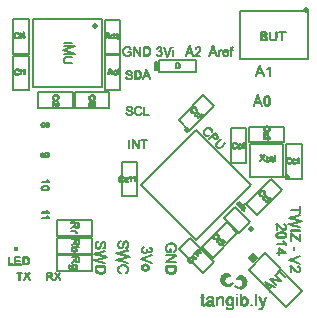
<source format=gto>
%FSLAX33Y33*%
%MOMM*%
%AMRect-W600000-H600000-RO0.250*
21,1,0.6,0.6,0.,0.,315*%
%ADD10C,0.1778*%
%ADD11C,0.2032*%
%ADD12C,0.15*%
%ADD13C,0.5*%
%ADD14C,0.5*%
%ADD15C,0.1524*%
%ADD16C,0.5*%
%ADD17Rect-W600000-H600000-RO0.250*%
%ADD18C,0.5*%
%ADD19C,0.4*%
D10*
%LNpath-0*%
G75*
G03*
X19380Y2159D02*
X19685Y3023I0419J0338D01*
G75*
G02*
X19685Y3023D02*
X19380Y2159I0040J-0500D01*
G01*
X19380Y2159D02*
X19380Y2159D01*
%LNpath-1*%
G75*
G02*
X19177Y2438D02*
X18771Y3251I-0472J0272D01*
G75*
G03*
X18771Y3251D02*
X19177Y2438I0001J-0507D01*
G01*
X19177Y2438D02*
X19177Y2438D01*
%LNpath-3*%
G75*
G03*
X19380Y2159D02*
X19558Y2896I0323J0312D01*
G75*
G02*
X19558Y2896D02*
X19380Y2159I0211J-0441D01*
G01*
X19380Y2159D02*
X19380Y2159D01*
%LNpath-4*%
G75*
G03*
X19380Y2159D02*
X19482Y2743I0318J0246D01*
G75*
G02*
X19482Y2743D02*
X19380Y2159I0188J-0334D01*
G01*
X19380Y2159D02*
X19380Y2159D01*
%LNpath-5*%
G75*
G02*
X19177Y2438D02*
X18872Y3124I-0389J0238D01*
G75*
G03*
X18872Y3124D02*
X19177Y2438I-0076J-0444D01*
G01*
X19177Y2438D02*
X19177Y2438D01*
%LNpath-6*%
D11*
G75*
G03*
X18796Y3099D02*
X19152Y2413I0006J-0432D01*
G75*
G02*
X19152Y2413D02*
X18948Y2997I-0326J0214D01*
G01*
X18948Y2997D02*
X18796Y3099D01*
%LNtop silkscreen_traces*%
%LNtop silkscreen component 63888d0d71a6bbac*%
D12*
X7211Y4929D02*
X4270Y4929D01*
X7211Y4929D02*
X7211Y6229D01*
X4270Y6229*
X4270Y4929*
D11*
X5523Y6159D02*
X6137Y6159D01*
X6137Y5893*
X6136Y5850*
X6133Y5814*
X6128Y5786*
X6121Y5765*
X6114Y5749*
X6103Y5735*
X6090Y5722*
X6074Y5710*
X6055Y5700*
X6036Y5693*
X6015Y5689*
X5993Y5688*
X5965Y5690*
X5941Y5697*
X5919Y5708*
X5900Y5723*
X5883Y5743*
X5868Y5770*
X5856Y5804*
X5819Y5993*
X5744Y5845*
X5737Y5833*
X5730Y5823*
X5724Y5815*
X5707Y5798*
X5687Y5780*
X5664Y5763*
X5639Y5745*
X5523Y5671*
X5523Y5670*
X5649Y5750*
X5680Y5770*
X5707Y5788*
X5731Y5805*
X5751Y5821*
X5769Y5836*
X5785Y5850*
X5799Y5865*
X5810Y5881*
X5819Y5895*
X5826Y5910*
X5832Y5925*
X5836Y5941*
X5839Y5955*
X5840Y5970*
X5841Y5986*
X5841Y6004*
X5841Y6165*
X5523Y6165*
X5523Y6159*
X5872Y6115D02*
X5872Y6115D01*
X5872Y5911*
X5873Y5880*
X5875Y5853*
X5880Y5829*
X5886Y5809*
X5893Y5792*
X5903Y5777*
X5915Y5764*
X5929Y5754*
X5944Y5745*
X5959Y5739*
X5976Y5736*
X5993Y5735*
X6017Y5737*
X6039Y5744*
X6059Y5755*
X6076Y5771*
X6091Y5793*
X6101Y5819*
X6107Y5851*
X6109Y5888*
X6109Y6115*
X5872Y6115*
X5523Y5469D02*
X5523Y5449D01*
X6137Y5449*
X6137Y5463*
X5808Y5463*
X5924Y5350*
X5939Y5326*
X5948Y5300*
X5952Y5269*
X5951Y5252*
X5948Y5234*
X5943Y5217*
X5937Y5200*
X5929Y5185*
X5920Y5171*
X5909Y5160*
X5897Y5149*
X5883Y5139*
X5867Y5130*
X5849Y5121*
X5829Y5114*
X5808Y5108*
X5786Y5104*
X5763Y5102*
X5740Y5101*
X5684Y5105*
X5637Y5115*
X5598Y5132*
X5567Y5154*
X5542Y5181*
X5525Y5210*
X5515Y5241*
X5511Y5274*
X5515Y5306*
X5525Y5332*
X5541Y5355*
X5675Y5469*
X5523Y5469*
X5735Y5419D02*
X5735Y5419D01*
X5692Y5418*
X5655Y5413*
X5624Y5405*
X5600Y5394*
X5571Y5371*
X5550Y5345*
X5537Y5315*
X5533Y5282*
X5536Y5254*
X5545Y5228*
X5561Y5204*
X5583Y5182*
X5611Y5164*
X5645Y5151*
X5685Y5143*
X5732Y5140*
X5779Y5143*
X5820Y5150*
X5854Y5163*
X5882Y5180*
X5903Y5202*
X5918Y5225*
X5927Y5250*
X5930Y5278*
X5927Y5306*
X5918Y5332*
X5902Y5355*
X5880Y5377*
X5852Y5396*
X5819Y5409*
X5780Y5417*
X5735Y5419*
%LNtop silkscreen component 703fe591501cbc8f*%
D12*
X24985Y14184D02*
X24985Y11242D01*
X24985Y14184D02*
X23685Y14184D01*
X23685Y11242*
X24985Y11242*
D11*
X24110Y12669D02*
X24075Y12678D01*
X24080Y12695*
X24067Y12669*
X24052Y12648*
X24034Y12631*
X24014Y12618*
X23991Y12608*
X23966Y12602*
X23936Y12600*
X23904Y12602*
X23877Y12607*
X23854Y12615*
X23835Y12625*
X23818Y12638*
X23803Y12653*
X23790Y12673*
X23778Y12696*
X23769Y12722*
X23762Y12749*
X23758Y12777*
X23757Y12807*
X23758Y12839*
X23763Y12868*
X23770Y12894*
X23780Y12918*
X23793Y12938*
X23807Y12956*
X23824Y12970*
X23843Y12983*
X23865Y12993*
X23887Y13000*
X23912Y13005*
X23937Y13006*
X23966Y13004*
X23990Y12999*
X24012Y12990*
X24031Y12979*
X24047Y12964*
X24061Y12946*
X24073Y12925*
X24064Y12950*
X24099Y12959*
X24104Y12945*
X24089Y12973*
X24071Y12997*
X24049Y13018*
X24023Y13033*
X23996Y13044*
X23967Y13050*
X23936Y13052*
X23902Y13050*
X23870Y13044*
X23840Y13032*
X23812Y13016*
X23788Y12996*
X23768Y12973*
X23752Y12947*
X23740Y12919*
X23732Y12891*
X23726Y12863*
X23723Y12836*
X23722Y12807*
X23723Y12773*
X23727Y12740*
X23734Y12709*
X23744Y12679*
X23757Y12651*
X23775Y12625*
X23796Y12603*
X23821Y12585*
X23847Y12571*
X23874Y12562*
X23902Y12556*
X23931Y12554*
X23965Y12557*
X23998Y12565*
X24028Y12578*
X24056Y12597*
X24080Y12622*
X24100Y12651*
X24114Y12684*
X24110Y12669*
X24485Y12632D02*
X24441Y12637D01*
X24448Y12667*
X24441Y12649*
X24432Y12635*
X24420Y12623*
X24407Y12613*
X24392Y12607*
X24375Y12602*
X24356Y12601*
X24330Y12603*
X24309Y12609*
X24291Y12619*
X24276Y12632*
X24263Y12650*
X24253Y12672*
X24247Y12700*
X24244Y12735*
X24245Y12758*
X24248Y12779*
X24253Y12798*
X24259Y12814*
X24266Y12828*
X24275Y12839*
X24284Y12848*
X24296Y12856*
X24310Y12862*
X24324Y12867*
X24339Y12870*
X24356Y12871*
X24376Y12869*
X24393Y12866*
X24407Y12860*
X24419Y12852*
X24428Y12843*
X24436Y12832*
X24443Y12817*
X24434Y12851*
X24475Y12857*
X24482Y12835*
X24472Y12856*
X24459Y12876*
X24443Y12893*
X24424Y12906*
X24403Y12916*
X24381Y12921*
X24358Y12923*
X24326Y12920*
X24296Y12911*
X24269Y12895*
X24245Y12872*
X24226Y12844*
X24214Y12811*
X24207Y12775*
X24205Y12736*
X24207Y12697*
X24213Y12661*
X24225Y12628*
X24244Y12599*
X24267Y12577*
X24294Y12561*
X24323Y12551*
X24354Y12548*
X24380Y12550*
X24405Y12557*
X24428Y12568*
X24449Y12584*
X24466Y12604*
X24480Y12628*
X24489Y12653*
X24485Y12632*
X24714Y12609D02*
X24756Y12609D01*
X24756Y13055*
X24661Y12971*
X24650Y12962*
X24637Y12953*
X24622Y12944*
X24606Y12935*
X24592Y12928*
X24579Y12922*
X24635Y12944*
X24635Y12896*
X24634Y12896*
X24660Y12911*
X24684Y12928*
X24707Y12947*
X24727Y12967*
X24745Y12986*
X24760Y13007*
X24756Y13000*
X24714Y13000*
X24714Y12609*
%LNtop silkscreen component 07747c070a6d73cb*%
D12*
X11085Y12719D02*
X11085Y9778D01*
X11085Y12719D02*
X9785Y12719D01*
X9785Y9778*
X11085Y9778*
D11*
X9922Y11107D02*
X9886Y11116D01*
X9892Y11134*
X9879Y11108*
X9864Y11087*
X9846Y11070*
X9826Y11057*
X9803Y11047*
X9777Y11041*
X9747Y11039*
X9716Y11041*
X9688Y11046*
X9666Y11053*
X9646Y11063*
X9630Y11076*
X9615Y11092*
X9601Y11111*
X9590Y11134*
X9580Y11160*
X9574Y11187*
X9569Y11216*
X9568Y11246*
X9570Y11278*
X9574Y11306*
X9582Y11333*
X9592Y11356*
X9604Y11377*
X9619Y11394*
X9635Y11409*
X9655Y11422*
X9676Y11432*
X9699Y11439*
X9723Y11443*
X9749Y11445*
X9777Y11443*
X9802Y11438*
X9823Y11429*
X9842Y11417*
X9859Y11403*
X9873Y11385*
X9885Y11364*
X9875Y11389*
X9911Y11397*
X9916Y11384*
X9901Y11412*
X9882Y11436*
X9860Y11456*
X9835Y11472*
X9807Y11483*
X9778Y11489*
X9748Y11491*
X9714Y11489*
X9681Y11482*
X9651Y11471*
X9624Y11455*
X9600Y11435*
X9580Y11411*
X9563Y11385*
X9552Y11357*
X9543Y11330*
X9538Y11302*
X9534Y11274*
X9533Y11246*
X9535Y11212*
X9539Y11179*
X9545Y11148*
X9555Y11118*
X9569Y11089*
X9586Y11064*
X9608Y11041*
X9633Y11023*
X9659Y11010*
X9686Y11000*
X9714Y10995*
X9743Y10993*
X9777Y10995*
X9809Y11003*
X9840Y11017*
X9868Y11036*
X9892Y11061*
X9911Y11090*
X9926Y11122*
X9922Y11107*
X10296Y11070D02*
X10253Y11076D01*
X10260Y11106*
X10252Y11088*
X10243Y11074*
X10232Y11062*
X10218Y11052*
X10204Y11045*
X10187Y11041*
X10167Y11039*
X10141Y11042*
X10120Y11048*
X10103Y11057*
X10087Y11071*
X10074Y11088*
X10065Y11110*
X10058Y11138*
X10056Y11174*
X10057Y11196*
X10060Y11217*
X10065Y11236*
X10071Y11253*
X10078Y11267*
X10086Y11278*
X10096Y11287*
X10107Y11294*
X10121Y11301*
X10136Y11305*
X10151Y11308*
X10167Y11309*
X10188Y11308*
X10205Y11304*
X10219Y11299*
X10230Y11291*
X10240Y11282*
X10248Y11270*
X10254Y11256*
X10245Y11289*
X10287Y11296*
X10293Y11273*
X10284Y11295*
X10271Y11314*
X10254Y11331*
X10235Y11345*
X10214Y11354*
X10192Y11360*
X10169Y11362*
X10138Y11359*
X10108Y11349*
X10080Y11333*
X10057Y11311*
X10038Y11283*
X10025Y11250*
X10018Y11214*
X10016Y11175*
X10018Y11135*
X10025Y11100*
X10037Y11067*
X10055Y11038*
X10078Y11016*
X10105Y11000*
X10135Y10990*
X10166Y10987*
X10192Y10989*
X10216Y10996*
X10239Y11007*
X10260Y11022*
X10278Y11043*
X10291Y11066*
X10300Y11092*
X10296Y11070*
X10526Y11047D02*
X10567Y11047D01*
X10567Y11493*
X10472Y11409*
X10461Y11401*
X10448Y11392*
X10434Y11383*
X10418Y11374*
X10404Y11367*
X10390Y11360*
X10447Y11383*
X10447Y11335*
X10445Y11334*
X10471Y11350*
X10495Y11367*
X10518Y11386*
X10538Y11405*
X10556Y11425*
X10571Y11446*
X10567Y11439*
X10526Y11439*
X10526Y11047*
X10857Y11047D02*
X10898Y11047D01*
X10898Y11493*
X10803Y11409*
X10792Y11401*
X10779Y11392*
X10764Y11383*
X10749Y11374*
X10734Y11367*
X10721Y11360*
X10777Y11383*
X10777Y11335*
X10776Y11334*
X10802Y11350*
X10826Y11367*
X10849Y11386*
X10869Y11405*
X10887Y11425*
X10902Y11446*
X10898Y11439*
X10857Y11439*
X10857Y11047*
%LNtop silkscreen component 063fa78f45d212e5*%
D12*
X20318Y9139D02*
X22398Y11219D01*
X20318Y9139D02*
X21238Y8220D01*
X23317Y10300*
X22398Y11219*
D11*
X21683Y9798D02*
X21664Y9830D01*
X21681Y9838*
X21653Y9829*
X21628Y9825*
X21603Y9826*
X21579Y9830*
X21557Y9840*
X21534Y9854*
X21512Y9873*
X21490Y9897*
X21475Y9920*
X21464Y9941*
X21457Y9962*
X21455Y9983*
X21455Y10005*
X21459Y10027*
X21467Y10052*
X21479Y10077*
X21494Y10101*
X21511Y10124*
X21531Y10146*
X21555Y10168*
X21578Y10185*
X21602Y10198*
X21626Y10208*
X21649Y10213*
X21672Y10215*
X21694Y10214*
X21716Y10209*
X21739Y10201*
X21760Y10190*
X21780Y10176*
X21800Y10159*
X21818Y10138*
X21832Y10117*
X21841Y10095*
X21846Y10074*
X21848Y10051*
X21845Y10029*
X21838Y10006*
X21850Y10030*
X21880Y10011*
X21874Y9998*
X21883Y10028*
X21888Y10059*
X21886Y10089*
X21880Y10118*
X21868Y10145*
X21852Y10170*
X21831Y10193*
X21806Y10215*
X21778Y10233*
X21749Y10247*
X21718Y10255*
X21687Y10257*
X21656Y10255*
X21626Y10248*
X21598Y10237*
X21573Y10223*
X21549Y10207*
X21527Y10190*
X21507Y10171*
X21483Y10146*
X21463Y10120*
X21446Y10093*
X21431Y10065*
X21421Y10035*
X21415Y10005*
X21414Y9974*
X21419Y9943*
X21428Y9915*
X21441Y9890*
X21456Y9866*
X21476Y9844*
X21501Y9822*
X21530Y9804*
X21561Y9792*
X21595Y9786*
X21629Y9786*
X21663Y9793*
X21697Y9806*
X21683Y9798*
X21922Y9507D02*
X21895Y9542D01*
X21921Y9558*
X21903Y9551*
X21887Y9547*
X21870Y9547*
X21854Y9549*
X21838Y9555*
X21823Y9564*
X21809Y9577*
X21792Y9596*
X21781Y9616*
X21776Y9635*
X21774Y9655*
X21778Y9677*
X21786Y9699*
X21802Y9724*
X21825Y9750*
X21842Y9766*
X21859Y9778*
X21875Y9789*
X21891Y9796*
X21906Y9800*
X21920Y9802*
X21933Y9802*
X21947Y9799*
X21961Y9794*
X21974Y9787*
X21987Y9778*
X21999Y9768*
X22013Y9752*
X22022Y9737*
X22028Y9724*
X22031Y9710*
X22031Y9696*
X22029Y9683*
X22023Y9668*
X22041Y9698*
X22074Y9673*
X22063Y9653*
X22071Y9675*
X22076Y9698*
X22077Y9722*
X22073Y9744*
X22065Y9766*
X22053Y9785*
X22038Y9803*
X22014Y9823*
X21986Y9838*
X21955Y9846*
X21923Y9847*
X21889Y9840*
X21857Y9826*
X21827Y9805*
X21798Y9779*
X21771Y9750*
X21750Y9720*
X21736Y9688*
X21728Y9655*
X21729Y9623*
X21737Y9592*
X21751Y9565*
X21771Y9541*
X21790Y9524*
X21812Y9511*
X21837Y9502*
X21862Y9499*
X21889Y9501*
X21915Y9508*
X21940Y9520*
X21922Y9507*
X22005Y9416D02*
X21972Y9443D01*
X21984Y9461*
X21973Y9438*
X21967Y9414*
X21966Y9389*
X21970Y9366*
X21978Y9343*
X21990Y9323*
X22005Y9306*
X22020Y9292*
X22036Y9281*
X22054Y9273*
X22072Y9267*
X22091Y9263*
X22109Y9262*
X22127Y9263*
X22144Y9266*
X22162Y9271*
X22180Y9278*
X22198Y9287*
X22216Y9297*
X22234Y9309*
X22252Y9322*
X22268Y9335*
X22284Y9350*
X22286Y9353*
X22289Y9355*
X22291Y9358*
X22394Y9469*
X22235Y9443*
X22224Y9443*
X22213Y9444*
X22202Y9446*
X22191Y9450*
X22182Y9454*
X22172Y9461*
X22164Y9468*
X22152Y9483*
X22143Y9499*
X22139Y9516*
X22137Y9535*
X22140Y9555*
X22146Y9573*
X22158Y9593*
X22175Y9613*
X22195Y9630*
X22216Y9642*
X22235Y9649*
X22256Y9651*
X22276Y9650*
X22295Y9644*
X22312Y9635*
X22329Y9620*
X22340Y9608*
X22348Y9595*
X22355Y9581*
X22359Y9566*
X22361Y9550*
X22361Y9535*
X22358Y9518*
X22352Y9501*
X22343Y9482*
X22328Y9460*
X22307Y9434*
X22280Y9406*
X22250Y9377*
X22222Y9354*
X22197Y9337*
X22174Y9324*
X22154Y9316*
X22135Y9312*
X22118Y9310*
X22101Y9311*
X22085Y9315*
X22070Y9322*
X22056Y9331*
X22041Y9343*
X22029Y9358*
X22020Y9372*
X22015Y9386*
X22012Y9400*
X22013Y9414*
X22016Y9428*
X22023Y9443*
X22005Y9416*
X22322Y9470D02*
X22322Y9470D01*
X22338Y9488*
X22350Y9508*
X22357Y9527*
X22360Y9548*
X22360Y9567*
X22355Y9585*
X22347Y9602*
X22335Y9616*
X22320Y9628*
X22303Y9637*
X22283Y9642*
X22262Y9642*
X22241Y9639*
X22220Y9632*
X22200Y9620*
X22181Y9603*
X22167Y9586*
X22156Y9568*
X22150Y9549*
X22147Y9529*
X22149Y9510*
X22154Y9492*
X22163Y9475*
X22176Y9459*
X22191Y9447*
X22208Y9438*
X22226Y9433*
X22245Y9431*
X22265Y9434*
X22284Y9442*
X22303Y9454*
X22322Y9470*
%LNtop silkscreen component 9a176432f7cf172c*%
X2973Y10993D02*
X2973Y10980D01*
X3596Y10980*
X3507Y11080*
X3494Y11097*
X3480Y11117*
X3466Y11140*
X3453Y11163*
X3441Y11185*
X3432Y11205*
X3452Y11156*
X3431Y11156*
X3436Y11146*
X3458Y11110*
X3482Y11075*
X3508Y11044*
X3535Y11015*
X3562Y10991*
X3590Y10970*
X3591Y10970*
X3591Y10993*
X2973Y10993*
X3276Y10667D02*
X3333Y10665D01*
X3384Y10661*
X3427Y10653*
X3464Y10643*
X3495Y10631*
X3521Y10616*
X3542Y10600*
X3560Y10582*
X3573Y10562*
X3583Y10540*
X3588Y10514*
X3591Y10483*
X3589Y10462*
X3586Y10441*
X3581Y10423*
X3573Y10407*
X3564Y10392*
X3553Y10378*
X3539Y10365*
X3523Y10354*
X3505Y10343*
X3483Y10333*
X3459Y10324*
X3433Y10316*
X3402Y10310*
X3366Y10305*
X3324Y10302*
X3276Y10301*
X3219Y10303*
X3168Y10307*
X3125Y10315*
X3088Y10325*
X3057Y10337*
X3031Y10351*
X3010Y10368*
X2992Y10386*
X2979Y10406*
X2969Y10428*
X2963Y10454*
X2961Y10483*
X2965Y10523*
X2975Y10555*
X2992Y10583*
X3016Y10606*
X3058Y10631*
X3114Y10650*
X3187Y10662*
X3276Y10667*
X3276Y10627D02*
X3276Y10627D01*
X3195Y10625*
X3129Y10617*
X3077Y10604*
X3041Y10586*
X3015Y10564*
X2997Y10540*
X2986Y10513*
X2982Y10484*
X2986Y10455*
X2997Y10428*
X3015Y10404*
X3041Y10382*
X3078Y10364*
X3129Y10351*
X3195Y10343*
X3276Y10341*
X3357Y10343*
X3423Y10351*
X3474Y10364*
X3511Y10382*
X3536Y10404*
X3554Y10428*
X3565Y10455*
X3569Y10485*
X3566Y10514*
X3556Y10539*
X3540Y10562*
X3517Y10582*
X3478Y10602*
X3424Y10616*
X3357Y10624*
X3276Y10627*
%LNtop silkscreen component 57f7bb6b34cfe951*%
D12*
X18441Y7947D02*
X19360Y8866D01*
X20633Y7593*
X19714Y6674*
X18441Y7947*
D11*
X19553Y9098D02*
X19735Y9279D01*
X19793Y9221*
X19804Y9209*
X19812Y9199*
X19818Y9190*
X19821Y9184*
X19823Y9178*
X19824Y9173*
X19824Y9168*
X19823Y9162*
X19821Y9157*
X19819Y9152*
X19816Y9147*
X19813Y9144*
X19810Y9141*
X19806Y9139*
X19802Y9137*
X19798Y9136*
X19794Y9135*
X19789Y9135*
X19783Y9136*
X19668Y9167*
X19719Y9057*
X19721Y9050*
X19722Y9044*
X19722Y9038*
X19720Y9033*
X19718Y9027*
X19715Y9022*
X19710Y9016*
X19705Y9012*
X19700Y9008*
X19695Y9005*
X19689Y9003*
X19683Y9001*
X19678Y9000*
X19674Y9000*
X19670Y9000*
X19666Y9001*
X19662Y9003*
X19656Y9005*
X19649Y9009*
X19642Y9014*
X19633Y9020*
X19624Y9028*
X19614Y9038*
X19553Y9098*
X19662Y9211D02*
X19662Y9211D01*
X19717Y9157*
X19727Y9147*
X19736Y9138*
X19745Y9132*
X19751Y9128*
X19760Y9124*
X19768Y9122*
X19776Y9121*
X19783Y9121*
X19791Y9123*
X19798Y9126*
X19805Y9131*
X19812Y9137*
X19818Y9143*
X19822Y9150*
X19826Y9157*
X19828Y9165*
X19829Y9173*
X19829Y9180*
X19827Y9188*
X19824Y9195*
X19819Y9204*
X19811Y9213*
X19801Y9225*
X19789Y9237*
X19738Y9288*
X19662Y9211*
X19545Y9095D02*
X19545Y9095D01*
X19608Y9032*
X19616Y9024*
X19622Y9018*
X19628Y9013*
X19632Y9010*
X19639Y9006*
X19645Y9002*
X19652Y8999*
X19658Y8998*
X19665Y8997*
X19671Y8996*
X19678Y8997*
X19685Y8999*
X19692Y9001*
X19699Y9005*
X19705Y9010*
X19711Y9015*
X19718Y9022*
X19723Y9030*
X19726Y9038*
X19729Y9047*
X19730Y9056*
X19729Y9065*
X19727Y9073*
X19723Y9082*
X19718Y9091*
X19711Y9101*
X19702Y9111*
X19690Y9123*
X19632Y9182*
X19545Y9095*
X19779Y8872D02*
X20030Y8984D01*
X20017Y8997*
X19910Y8741*
X19950Y8701*
X19997Y8808*
X19842Y8963*
X19737Y8914*
X19779Y8872*
X19780Y8936D02*
X19970Y8746D01*
X20044Y8909*
X20053Y8930*
X20062Y8948*
X20069Y8963*
X20169Y9149*
X19991Y9035*
X19977Y9027*
X19963Y9019*
X19948Y9012*
X19780Y8936*
X20025Y8627D02*
X20206Y8808D01*
X20168Y8846*
X19945Y8623*
X20069Y8498*
X20111Y8540*
X20025Y8627*
D13*
X20728Y7003D03*
%LNtop silkscreen component 824781f5bf643550*%
D12*
X23492Y14375D02*
X20551Y14375D01*
X23492Y14375D02*
X23492Y15675D01*
X20551Y15675*
X20551Y14375*
D11*
X21907Y15319D02*
X21916Y15355D01*
X21934Y15349*
X21908Y15362*
X21887Y15377*
X21870Y15395*
X21856Y15415*
X21847Y15438*
X21841Y15464*
X21839Y15493*
X21840Y15525*
X21845Y15552*
X21853Y15575*
X21863Y15595*
X21876Y15611*
X21892Y15626*
X21911Y15639*
X21934Y15651*
X21960Y15660*
X21987Y15667*
X22016Y15671*
X22045Y15673*
X22077Y15671*
X22106Y15667*
X22132Y15659*
X22156Y15649*
X22176Y15637*
X22194Y15622*
X22209Y15606*
X22221Y15586*
X22231Y15565*
X22239Y15542*
X22243Y15518*
X22245Y15492*
X22243Y15464*
X22237Y15439*
X22229Y15418*
X22217Y15399*
X22202Y15382*
X22185Y15368*
X22163Y15356*
X22189Y15366*
X22197Y15330*
X22183Y15325*
X22211Y15340*
X22236Y15359*
X22256Y15381*
X22272Y15406*
X22283Y15434*
X22289Y15463*
X22291Y15493*
X22289Y15527*
X22282Y15559*
X22271Y15590*
X22254Y15617*
X22234Y15641*
X22211Y15661*
X22185Y15678*
X22157Y15689*
X22129Y15697*
X22102Y15703*
X22074Y15706*
X22046Y15708*
X22011Y15706*
X21979Y15702*
X21947Y15696*
X21917Y15686*
X21889Y15672*
X21863Y15655*
X21841Y15633*
X21823Y15608*
X21810Y15582*
X21800Y15555*
X21794Y15527*
X21792Y15498*
X21795Y15464*
X21803Y15431*
X21817Y15401*
X21836Y15373*
X21860Y15349*
X21889Y15330*
X21922Y15315*
X21907Y15319*
X21870Y14945D02*
X21876Y14988D01*
X21905Y14981*
X21888Y14989*
X21873Y14998*
X21861Y15009*
X21852Y15023*
X21845Y15037*
X21841Y15054*
X21839Y15074*
X21841Y15099*
X21847Y15121*
X21857Y15138*
X21870Y15154*
X21888Y15167*
X21910Y15176*
X21938Y15183*
X21973Y15185*
X21996Y15184*
X22017Y15181*
X22036Y15176*
X22053Y15170*
X22066Y15163*
X22077Y15155*
X22086Y15145*
X22094Y15134*
X22100Y15120*
X22105Y15105*
X22108Y15090*
X22109Y15074*
X22108Y15053*
X22104Y15036*
X22098Y15022*
X22091Y15011*
X22081Y15001*
X22070Y14993*
X22056Y14987*
X22089Y14996*
X22095Y14954*
X22073Y14948*
X22094Y14957*
X22114Y14970*
X22131Y14987*
X22144Y15006*
X22154Y15026*
X22159Y15049*
X22161Y15072*
X22158Y15103*
X22149Y15133*
X22133Y15161*
X22111Y15184*
X22082Y15203*
X22049Y15216*
X22013Y15223*
X21974Y15225*
X21935Y15223*
X21899Y15216*
X21866Y15204*
X21838Y15186*
X21815Y15163*
X21799Y15136*
X21790Y15106*
X21787Y15075*
X21789Y15049*
X21795Y15024*
X21806Y15001*
X21822Y14981*
X21842Y14963*
X21866Y14950*
X21892Y14940*
X21870Y14945*
X21803Y14625D02*
X21847Y14625D01*
X21847Y14847*
X21804Y14848*
X21809Y14847*
X21814Y14846*
X21820Y14844*
X21832Y14839*
X21845Y14832*
X21857Y14824*
X21870Y14813*
X21885Y14800*
X21901Y14784*
X21919Y14764*
X21939Y14741*
X21971Y14703*
X22000Y14671*
X22027Y14645*
X22051Y14624*
X22076Y14608*
X22101Y14596*
X22127Y14589*
X22154Y14586*
X22181Y14589*
X22207Y14596*
X22231Y14610*
X22252Y14627*
X22269Y14649*
X22281Y14674*
X22288Y14701*
X22290Y14729*
X22288Y14759*
X22280Y14787*
X22267Y14813*
X22249Y14835*
X22226Y14854*
X22200Y14867*
X22171Y14874*
X22197Y14872*
X22192Y14829*
X22167Y14833*
X22187Y14826*
X22202Y14817*
X22214Y14806*
X22224Y14792*
X22232Y14775*
X22236Y14754*
X22238Y14728*
X22236Y14703*
X22231Y14682*
X22223Y14665*
X22213Y14651*
X22200Y14640*
X22186Y14632*
X22171Y14628*
X22152Y14626*
X22143Y14626*
X22134Y14628*
X22124Y14630*
X22115Y14634*
X22105Y14639*
X22094Y14645*
X22082Y14654*
X22069Y14665*
X22054Y14680*
X22035Y14699*
X22013Y14724*
X21987Y14753*
X21966Y14778*
X21948Y14798*
X21934Y14814*
X21922Y14826*
X21912Y14836*
X21902Y14844*
X21891Y14852*
X21803Y14909*
X21803Y14625*
%LNtop silkscreen component 4dcbdc218eb7df55*%
D12*
X19000Y12622D02*
X19000Y15563D01*
X19000Y12622D02*
X20300Y12622D01*
X20300Y15563*
X19000Y15563*
D11*
X19500Y13941D02*
X19465Y13950D01*
X19470Y13967*
X19458Y13942*
X19442Y13921*
X19424Y13904*
X19404Y13890*
X19381Y13881*
X19356Y13875*
X19326Y13873*
X19294Y13874*
X19267Y13879*
X19244Y13887*
X19225Y13897*
X19208Y13910*
X19193Y13926*
X19180Y13945*
X19168Y13968*
X19159Y13994*
X19152Y14021*
X19148Y14050*
X19147Y14079*
X19148Y14111*
X19153Y14140*
X19160Y14166*
X19170Y14190*
X19183Y14210*
X19197Y14228*
X19214Y14243*
X19233Y14255*
X19255Y14265*
X19278Y14273*
X19302Y14277*
X19327Y14279*
X19356Y14277*
X19380Y14271*
X19402Y14263*
X19421Y14251*
X19438Y14236*
X19452Y14219*
X19463Y14197*
X19454Y14223*
X19489Y14231*
X19494Y14217*
X19479Y14245*
X19461Y14270*
X19439Y14290*
X19413Y14306*
X19386Y14317*
X19357Y14323*
X19326Y14325*
X19292Y14323*
X19260Y14316*
X19230Y14305*
X19202Y14288*
X19178Y14268*
X19158Y14245*
X19142Y14219*
X19130Y14191*
X19122Y14163*
X19116Y14136*
X19113Y14108*
X19112Y14080*
X19113Y14045*
X19117Y14013*
X19124Y13981*
X19134Y13951*
X19147Y13923*
X19165Y13897*
X19186Y13875*
X19211Y13857*
X19237Y13844*
X19264Y13834*
X19292Y13828*
X19321Y13826*
X19355Y13829*
X19388Y13837*
X19419Y13851*
X19446Y13870*
X19470Y13894*
X19490Y13923*
X19504Y13956*
X19500Y13941*
X19875Y13904D02*
X19831Y13910D01*
X19838Y13939*
X19831Y13922*
X19822Y13907*
X19810Y13895*
X19797Y13886*
X19782Y13879*
X19765Y13875*
X19746Y13873*
X19720Y13875*
X19699Y13881*
X19681Y13891*
X19666Y13904*
X19653Y13922*
X19643Y13944*
X19637Y13972*
X19635Y14007*
X19636Y14030*
X19638Y14051*
X19643Y14070*
X19649Y14087*
X19656Y14100*
X19665Y14111*
X19674Y14120*
X19686Y14128*
X19700Y14134*
X19714Y14139*
X19729Y14142*
X19746Y14143*
X19766Y14142*
X19783Y14138*
X19797Y14132*
X19809Y14125*
X19818Y14115*
X19826Y14104*
X19833Y14089*
X19824Y14123*
X19865Y14129*
X19872Y14107*
X19862Y14128*
X19849Y14148*
X19833Y14165*
X19814Y14178*
X19793Y14188*
X19771Y14193*
X19748Y14195*
X19716Y14192*
X19686Y14183*
X19659Y14167*
X19635Y14145*
X19616Y14116*
X19604Y14083*
X19597Y14047*
X19595Y14008*
X19597Y13969*
X19603Y13933*
X19615Y13900*
X19634Y13872*
X19657Y13849*
X19684Y13833*
X19713Y13824*
X19744Y13821*
X19770Y13823*
X19795Y13829*
X19818Y13840*
X19839Y13856*
X19856Y13876*
X19870Y13900*
X19879Y13926*
X19875Y13904*
X20162Y14091D02*
X20027Y14149D01*
X20018Y14155*
X20011Y14160*
X20007Y14165*
X20003Y14171*
X20001Y14178*
X19999Y14186*
X19998Y14196*
X20000Y14212*
X20004Y14226*
X20011Y14238*
X20021Y14249*
X20033Y14259*
X20048Y14266*
X20066Y14270*
X20088Y14272*
X20111Y14270*
X20129Y14266*
X20144Y14259*
X20157Y14249*
X20167Y14237*
X20174Y14224*
X20178Y14211*
X20180Y14194*
X20179Y14185*
X20178Y14178*
X20175Y14171*
X20172Y14165*
X20167Y14160*
X20161Y14154*
X20152Y14149*
X20028Y14094*
X20158Y14042*
X20169Y14035*
X20179Y14028*
X20186Y14019*
X20192Y14009*
X20196Y13998*
X20199Y13985*
X20200Y13971*
X20198Y13950*
X20193Y13932*
X20184Y13916*
X20171Y13902*
X20155Y13889*
X20137Y13880*
X20116Y13875*
X20089Y13873*
X20063Y13875*
X20041Y13880*
X20023Y13889*
X20007Y13902*
X19995Y13917*
X19986Y13933*
X19981Y13951*
X19979Y13973*
X19980Y13988*
X19982Y14001*
X19987Y14012*
X19993Y14022*
X20000Y14030*
X20009Y14037*
X20020Y14042*
X20162Y14091*
X20009Y14199D02*
X20009Y14199D01*
X20010Y14182*
X20015Y14167*
X20022Y14153*
X20031Y14142*
X20043Y14132*
X20057Y14125*
X20073Y14121*
X20090Y14119*
X20106Y14121*
X20121Y14125*
X20135Y14132*
X20147Y14141*
X20157Y14153*
X20163Y14166*
X20168Y14180*
X20169Y14195*
X20168Y14211*
X20163Y14226*
X20156Y14239*
X20146Y14251*
X20134Y14261*
X20120Y14268*
X20105Y14272*
X20089Y14274*
X20072Y14272*
X20057Y14268*
X20044Y14261*
X20032Y14251*
X20022Y14240*
X20015Y14227*
X20010Y14213*
X20009Y14199*
X19990Y13972D02*
X19990Y13972D01*
X19990Y13959*
X19993Y13946*
X19996Y13934*
X20002Y13922*
X20009Y13911*
X20017Y13901*
X20027Y13892*
X20038Y13885*
X20050Y13879*
X20063Y13875*
X20076Y13872*
X20090Y13871*
X20111Y13873*
X20129Y13878*
X20146Y13887*
X20161Y13899*
X20174Y13914*
X20182Y13931*
X20188Y13949*
X20189Y13970*
X20188Y13991*
X20182Y14010*
X20173Y14027*
X20160Y14042*
X20145Y14054*
X20128Y14063*
X20109Y14068*
X20088Y14070*
X20068Y14068*
X20049Y14063*
X20032Y14054*
X20017Y14042*
X20005Y14027*
X19997Y14010*
X19991Y13992*
X19990Y13972*
%LNtop silkscreen component 18f52f8a688cca6d*%
D12*
X2268Y19023D02*
X8063Y19023D01*
X8063Y24818D02*
X2268Y24818D01*
X2268Y19023*
X8063Y24818D02*
X8063Y19023D01*
D11*
X4886Y22748D02*
X5548Y22748D01*
X5548Y22748*
X4886Y22748*
X4886Y22748*
X4886Y22472D02*
X5548Y22472D01*
X5548Y22407*
X5042Y22238*
X5007Y22226*
X4976Y22216*
X4951Y22208*
X4776Y22154*
X4953Y22097*
X4980Y22088*
X5013Y22077*
X5051Y22064*
X5548Y21893*
X5548Y21844*
X4886Y21844*
X4886Y21840*
X5775Y21840*
X4886Y22149*
X4886Y22168*
X5793Y22476*
X4886Y22476*
X4886Y22472*
X5548Y21079D02*
X5548Y21079D01*
X5158Y21079*
X5106Y21081*
X5062Y21085*
X5024Y21092*
X4993Y21102*
X4968Y21114*
X4946Y21130*
X4926Y21150*
X4908Y21175*
X4893Y21204*
X4882Y21239*
X4875Y21280*
X4873Y21327*
X4875Y21373*
X4881Y21414*
X4891Y21449*
X4904Y21478*
X4920Y21503*
X4939Y21523*
X4960Y21540*
X4986Y21553*
X5018Y21563*
X5057Y21571*
X5104Y21576*
X5158Y21578*
X5548Y21578*
X5548Y21579*
X5157Y21579*
X5109Y21578*
X5065Y21574*
X5027Y21567*
X4993Y21557*
X4963Y21542*
X4936Y21523*
X4913Y21499*
X4894Y21471*
X4880Y21440*
X4870Y21407*
X4864Y21373*
X4862Y21335*
X4866Y21277*
X4877Y21224*
X4898Y21178*
X4929Y21139*
X4972Y21110*
X5025Y21092*
X5087Y21082*
X5157Y21079*
X5548Y21079*
D14*
X7451Y24206D03*
%LNtop silkscreen component 230955736bc0dec0*%
D12*
X7211Y3490D02*
X4270Y3490D01*
X7211Y3490D02*
X7211Y4790D01*
X4270Y4790*
X4270Y3490*
D11*
X5525Y4667D02*
X6140Y4667D01*
X6140Y4401*
X6139Y4358*
X6136Y4322*
X6131Y4294*
X6124Y4273*
X6116Y4257*
X6106Y4243*
X6093Y4230*
X6077Y4218*
X6058Y4208*
X6038Y4201*
X6018Y4197*
X5996Y4196*
X5968Y4198*
X5944Y4205*
X5922Y4216*
X5902Y4231*
X5885Y4251*
X5871Y4278*
X5859Y4312*
X5822Y4501*
X5747Y4353*
X5740Y4340*
X5733Y4331*
X5727Y4323*
X5710Y4306*
X5690Y4288*
X5667Y4271*
X5642Y4253*
X5525Y4179*
X5525Y4178*
X5651Y4257*
X5682Y4278*
X5710Y4296*
X5733Y4313*
X5754Y4329*
X5772Y4343*
X5788Y4358*
X5801Y4373*
X5813Y4389*
X5821Y4403*
X5828Y4418*
X5834Y4433*
X5839Y4449*
X5841Y4463*
X5843Y4478*
X5843Y4494*
X5844Y4512*
X5844Y4673*
X5525Y4673*
X5525Y4667*
X5875Y4623D02*
X5875Y4623D01*
X5875Y4419*
X5876Y4388*
X5878Y4361*
X5882Y4337*
X5888Y4317*
X5896Y4300*
X5906Y4285*
X5917Y4272*
X5931Y4262*
X5946Y4253*
X5962Y4247*
X5978Y4244*
X5995Y4243*
X6020Y4245*
X6042Y4252*
X6062Y4263*
X6079Y4279*
X6093Y4301*
X6104Y4327*
X6110Y4359*
X6112Y4396*
X6112Y4623*
X5875Y4623*
X5372Y3969D02*
X5374Y3981D01*
X5386Y3983*
X5361Y3973*
X5339Y3959*
X5321Y3939*
X5305Y3912*
X5294Y3883*
X5288Y3852*
X5286Y3819*
X5288Y3784*
X5294Y3752*
X5304Y3722*
X5320Y3695*
X5340Y3672*
X5363Y3654*
X5388Y3640*
X5417Y3630*
X5440Y3626*
X5468Y3624*
X5502Y3623*
X5663Y3622*
X5553Y3735*
X5538Y3760*
X5529Y3787*
X5526Y3817*
X5530Y3857*
X5540Y3890*
X5558Y3918*
X5583Y3942*
X5616Y3963*
X5652Y3978*
X5692Y3987*
X5738Y3990*
X5769Y3989*
X5799Y3985*
X5827Y3978*
X5854Y3968*
X5878Y3956*
X5898Y3942*
X5915Y3926*
X5929Y3908*
X5940Y3888*
X5948Y3867*
X5953Y3843*
X5954Y3818*
X5951Y3784*
X5941Y3755*
X5924Y3729*
X5807Y3614*
X5943Y3614*
X5943Y3635*
X5546Y3635*
X5492Y3636*
X5449Y3640*
X5417Y3647*
X5395Y3655*
X5379Y3664*
X5364Y3677*
X5350Y3692*
X5338Y3711*
X5328Y3733*
X5321Y3758*
X5317Y3786*
X5315Y3818*
X5317Y3856*
X5324Y3889*
X5334Y3916*
X5347Y3938*
X5362Y3953*
X5379Y3964*
X5401Y3971*
X5372Y3969*
X5743Y3951D02*
X5743Y3951D01*
X5696Y3948*
X5655Y3941*
X5621Y3928*
X5594Y3910*
X5574Y3889*
X5559Y3865*
X5550Y3838*
X5547Y3809*
X5550Y3780*
X5559Y3753*
X5574Y3729*
X5594Y3707*
X5621Y3689*
X5654Y3676*
X5694Y3669*
X5740Y3666*
X5785Y3669*
X5824Y3677*
X5857Y3690*
X5884Y3708*
X5905Y3731*
X5920Y3755*
X5929Y3781*
X5932Y3810*
X5929Y3838*
X5921Y3864*
X5906Y3888*
X5885Y3910*
X5858Y3928*
X5826Y3941*
X5787Y3948*
X5743Y3951*
%LNtop silkscreen component 3749f5233408bbf3*%
X21553Y22996D02*
X21553Y23713D01*
X21808Y23713*
X21849Y23711*
X21885Y23707*
X21914Y23701*
X21939Y23692*
X21959Y23681*
X21976Y23669*
X21991Y23653*
X22005Y23635*
X22016Y23615*
X22023Y23595*
X22028Y23575*
X22029Y23554*
X22028Y23536*
X22024Y23517*
X22017Y23500*
X22008Y23482*
X21997Y23466*
X21982Y23452*
X21964Y23439*
X21845Y23371*
X21980Y23321*
X22003Y23309*
X22023Y23293*
X22039Y23276*
X22052Y23255*
X22061Y23234*
X22067Y23209*
X22069Y23182*
X22067Y23160*
X22064Y23138*
X22058Y23118*
X22049Y23098*
X22039Y23079*
X22028Y23064*
X22017Y23051*
X22005Y23040*
X21991Y23031*
X21974Y23022*
X21955Y23015*
X21933Y23008*
X21909Y23003*
X21880Y22999*
X21849Y22997*
X21813Y22996*
X21553Y22996*
X21610Y23420D02*
X21610Y23420D01*
X21787Y23420*
X21820Y23420*
X21849Y23422*
X21872Y23425*
X21890Y23429*
X21910Y23436*
X21926Y23446*
X21941Y23457*
X21952Y23470*
X21962Y23485*
X21968Y23502*
X21972Y23521*
X21973Y23541*
X21972Y23561*
X21968Y23580*
X21962Y23597*
X21954Y23613*
X21943Y23627*
X21930Y23639*
X21915Y23649*
X21898Y23656*
X21877Y23661*
X21849Y23664*
X21814Y23666*
X21774Y23667*
X21610Y23667*
X21610Y23420*
X21610Y23042D02*
X21610Y23042D01*
X21814Y23042*
X21838Y23042*
X21858Y23043*
X21875Y23044*
X21887Y23046*
X21905Y23050*
X21922Y23055*
X21937Y23061*
X21950Y23068*
X21962Y23077*
X21973Y23087*
X21983Y23100*
X21991Y23114*
X21998Y23129*
X22003Y23146*
X22006Y23164*
X22007Y23183*
X22006Y23205*
X22001Y23225*
X21994Y23244*
X21984Y23262*
X21971Y23278*
X21956Y23291*
X21939Y23301*
X21919Y23310*
X21896Y23316*
X21868Y23320*
X21836Y23322*
X21799Y23323*
X21610Y23323*
X21610Y23042*
X22856Y23713D02*
X22863Y23713D01*
X22863Y23292*
X22861Y23236*
X22856Y23188*
X22849Y23147*
X22838Y23114*
X22825Y23086*
X22808Y23062*
X22786Y23040*
X22759Y23020*
X22727Y23004*
X22689Y22992*
X22645Y22985*
X22594Y22982*
X22544Y22985*
X22500Y22991*
X22462Y23002*
X22430Y23016*
X22403Y23033*
X22381Y23054*
X22363Y23078*
X22348Y23106*
X22337Y23140*
X22328Y23182*
X22323Y23233*
X22321Y23292*
X22321Y23713*
X22328Y23713*
X22328Y23291*
X22329Y23239*
X22333Y23192*
X22340Y23151*
X22351Y23116*
X22366Y23084*
X22387Y23056*
X22412Y23032*
X22441Y23012*
X22474Y22997*
X22508Y22986*
X22545Y22980*
X22585Y22978*
X22647Y22982*
X22703Y22994*
X22752Y23016*
X22793Y23048*
X22823Y23094*
X22842Y23150*
X22853Y23215*
X22856Y23290*
X22856Y23713*
X23353Y22996D02*
X23353Y23718D01*
X23083Y23718*
X23083Y23713*
X23630Y23713*
X23630Y23718*
X23360Y23718*
X23360Y22996*
X23353Y22996*
D15*
X19805Y21374D02*
X19805Y25514D01*
X25545Y25514*
X25545Y21374*
X19805Y21374*
D16*
X25375Y25544D03*
%LNtop silkscreen component db375ef090596bd0*%
D12*
X9616Y24751D02*
X9616Y21809D01*
X9616Y24751D02*
X8316Y24751D01*
X8316Y21809*
X9616Y21809*
D11*
X8402Y23197D02*
X8402Y23587D01*
X8569Y23587*
X8597Y23586*
X8620Y23584*
X8638Y23581*
X8651Y23577*
X8659Y23573*
X8667Y23567*
X8674Y23560*
X8680Y23551*
X8686Y23540*
X8690Y23529*
X8692Y23517*
X8693Y23504*
X8692Y23488*
X8688Y23474*
X8682Y23462*
X8674Y23451*
X8662Y23441*
X8647Y23433*
X8626Y23426*
X8452Y23392*
X8594Y23319*
X8602Y23315*
X8607Y23311*
X8611Y23308*
X8622Y23297*
X8634Y23284*
X8645Y23269*
X8657Y23252*
X8692Y23197*
X8731Y23197*
X8680Y23276*
X8666Y23298*
X8653Y23317*
X8642Y23333*
X8631Y23348*
X8620Y23361*
X8609Y23373*
X8598Y23383*
X8586Y23392*
X8575Y23398*
X8564Y23404*
X8552Y23408*
X8539Y23412*
X8528Y23414*
X8517Y23415*
X8505Y23415*
X8492Y23415*
X8366Y23415*
X8366Y23197*
X8402Y23197*
X8417Y23421D02*
X8417Y23421D01*
X8556Y23421*
X8577Y23422*
X8596Y23423*
X8612Y23426*
X8626Y23430*
X8638Y23435*
X8648Y23442*
X8657Y23450*
X8664Y23460*
X8670Y23470*
X8674Y23481*
X8676Y23492*
X8677Y23504*
X8676Y23520*
X8671Y23535*
X8663Y23549*
X8652Y23561*
X8637Y23571*
X8619Y23578*
X8597Y23582*
X8572Y23583*
X8417Y23583*
X8417Y23421*
X9120Y23197D02*
X9120Y23334D01*
X9015Y23206*
X9003Y23197*
X8989Y23192*
X8969Y23190*
X8956Y23191*
X8943Y23193*
X8931Y23198*
X8919Y23205*
X8908Y23213*
X8899Y23223*
X8890Y23235*
X8882Y23249*
X8876Y23265*
X8871Y23283*
X8868Y23303*
X8867Y23324*
X8868Y23346*
X8871Y23366*
X8875Y23384*
X8881Y23401*
X8888Y23416*
X8896Y23427*
X8905Y23437*
X8915Y23445*
X8927Y23451*
X8939Y23456*
X8952Y23458*
X8967Y23459*
X8977Y23459*
X8985Y23457*
X8993Y23455*
X9000Y23452*
X9007Y23448*
X9014Y23443*
X9019Y23437*
X9116Y23319*
X9116Y23587*
X9074Y23587*
X9074Y23197*
X9120Y23197*
X8878Y23324D02*
X8878Y23324D01*
X8880Y23292*
X8886Y23264*
X8895Y23241*
X8907Y23222*
X8922Y23207*
X8939Y23197*
X8956Y23190*
X8975Y23188*
X8994Y23190*
X9012Y23196*
X9028Y23206*
X9042Y23221*
X9054Y23239*
X9063Y23261*
X9068Y23288*
X9070Y23319*
X9068Y23353*
X9063Y23382*
X9054Y23407*
X9042Y23426*
X9027Y23441*
X9010Y23452*
X8992Y23458*
X8973Y23460*
X8953Y23458*
X8936Y23452*
X8920Y23442*
X8905Y23428*
X8894Y23409*
X8885Y23385*
X8880Y23357*
X8878Y23324*
X9489Y23285D02*
X9405Y23218D01*
X9392Y23209*
X9380Y23203*
X9369Y23198*
X9358Y23194*
X9346Y23192*
X9334Y23190*
X9321Y23190*
X9300Y23191*
X9285Y23194*
X9273Y23199*
X9265Y23205*
X9258Y23212*
X9254Y23220*
X9251Y23229*
X9250Y23241*
X9251Y23247*
X9252Y23253*
X9253Y23258*
X9256Y23264*
X9259Y23269*
X9263Y23274*
X9267Y23277*
X9271Y23281*
X9277Y23285*
X9284Y23288*
X9291Y23291*
X9299Y23294*
X9306Y23295*
X9316Y23297*
X9330Y23299*
X9346Y23301*
X9381Y23306*
X9412Y23311*
X9440Y23317*
X9497Y23334*
X9498Y23377*
X9498Y23381*
X9498Y23385*
X9498Y23389*
X9496Y23412*
X9491Y23436*
X9481Y23459*
X9465Y23478*
X9441Y23494*
X9416Y23504*
X9389Y23510*
X9362Y23511*
X9336Y23510*
X9312Y23506*
X9290Y23499*
X9268Y23487*
X9250Y23470*
X9237Y23450*
X9227Y23429*
X9233Y23449*
X9273Y23443*
X9263Y23404*
X9267Y23415*
X9271Y23424*
X9276Y23430*
X9281Y23435*
X9287Y23440*
X9296Y23445*
X9307Y23450*
X9320Y23454*
X9335Y23457*
X9352Y23459*
X9370Y23460*
X9388Y23459*
X9404Y23457*
X9417Y23455*
X9427Y23452*
X9435Y23448*
X9441Y23445*
X9445Y23442*
X9447Y23440*
X9449Y23437*
X9451Y23433*
X9453Y23428*
X9455Y23421*
X9455Y23417*
X9456Y23407*
X9457Y23393*
X9457Y23376*
X9457Y23296*
X9457Y23257*
X9458Y23225*
X9459Y23200*
X9461Y23181*
X9465Y23165*
X9469Y23150*
X9475Y23136*
X9444Y23197*
X9497Y23197*
X9507Y23175*
X9505Y23181*
X9504Y23188*
X9489Y23285*
X9447Y23325D02*
X9447Y23325D01*
X9428Y23319*
X9406Y23313*
X9379Y23307*
X9348Y23302*
X9331Y23300*
X9317Y23297*
X9305Y23294*
X9296Y23290*
X9288Y23287*
X9282Y23282*
X9277Y23277*
X9272Y23271*
X9268Y23264*
X9266Y23257*
X9264Y23250*
X9264Y23242*
X9265Y23231*
X9268Y23220*
X9274Y23210*
X9282Y23202*
X9292Y23195*
X9304Y23190*
X9319Y23187*
X9335Y23186*
X9352Y23187*
X9368Y23190*
X9383Y23194*
X9397Y23201*
X9410Y23209*
X9421Y23219*
X9430Y23230*
X9437Y23243*
X9441Y23254*
X9444Y23268*
X9446Y23284*
X9447Y23303*
X9447Y23325*
%LNtop silkscreen component f1b8c270e18b6528*%
D12*
X20512Y3583D02*
X23676Y0419D01*
X21891Y4962D02*
X25055Y1798D01*
X21891Y4962D02*
X20512Y3583D01*
D11*
X22311Y1713D02*
X22023Y2360D01*
X22051Y2389*
X22710Y2112*
X22707Y2109*
X22481Y2209*
X22205Y1934*
X22309Y1711*
X22311Y1713*
X22213Y1914D02*
X22500Y2201D01*
X22227Y2324*
X22183Y2345*
X22144Y2363*
X22109Y2381*
X21908Y2489*
X22032Y2294*
X22051Y2263*
X22068Y2231*
X22084Y2198*
X22213Y1914*
X22856Y2258D02*
X22388Y2726D01*
X22406Y2744*
X23251Y2577*
X22745Y3083*
X22742Y3080*
X23210Y2611*
X23192Y2593*
X22346Y2761*
X22853Y2255*
X22856Y2258*
X23539Y2941D02*
X23063Y3417D01*
X22885Y3239*
X22893Y3231*
X23249Y3587*
X23241Y3595*
X23063Y3417*
X23539Y2940*
X23539Y2941*
D12*
X23676Y0419D02*
X25055Y1798D01*
D17*
X20875Y4600D03*
%LNtop silkscreen component 50e32e93e5cbffe0*%
D12*
X15502Y6271D02*
X17582Y4191D01*
X15502Y6271D02*
X14583Y5351D01*
X16663Y3271*
X17582Y4191*
D11*
X15775Y4406D02*
X15737Y4383D01*
X15727Y4404*
X15735Y4380*
X15738Y4359*
X15738Y4338*
X15733Y4318*
X15726Y4298*
X15714Y4279*
X15697Y4260*
X15676Y4241*
X15657Y4228*
X15638Y4218*
X15621Y4213*
X15603Y4211*
X15585Y4211*
X15565Y4215*
X15544Y4222*
X15522Y4232*
X15501Y4244*
X15481Y4259*
X15462Y4277*
X15444Y4297*
X15429Y4318*
X15417Y4338*
X15409Y4359*
X15404Y4379*
X15402Y4398*
X15403Y4417*
X15407Y4436*
X15414Y4455*
X15424Y4474*
X15436Y4491*
X15451Y4508*
X15469Y4524*
X15487Y4535*
X15505Y4543*
X15524Y4548*
X15542Y4549*
X15561Y4546*
X15581Y4541*
X15553Y4554*
X15576Y4591*
X15592Y4583*
X15564Y4592*
X15536Y4596*
X15509Y4595*
X15482Y4588*
X15457Y4577*
X15434Y4562*
X15413Y4544*
X15392Y4521*
X15376Y4496*
X15364Y4469*
X15356Y4440*
X15354Y4412*
X15356Y4383*
X15362Y4356*
X15373Y4330*
X15385Y4307*
X15399Y4286*
X15415Y4266*
X15432Y4247*
X15455Y4226*
X15478Y4208*
X15503Y4192*
X15528Y4179*
X15555Y4170*
X15584Y4164*
X15612Y4164*
X15640Y4168*
X15665Y4176*
X15689Y4188*
X15711Y4202*
X15731Y4220*
X15751Y4243*
X15767Y4270*
X15778Y4298*
X15784Y4329*
X15784Y4361*
X15778Y4392*
X15766Y4423*
X15775Y4406*
X16034Y4619D02*
X15994Y4588D01*
X15976Y4617*
X15982Y4602*
X15985Y4588*
X15985Y4575*
X15983Y4561*
X15979Y4549*
X15971Y4536*
X15960Y4524*
X15944Y4510*
X15928Y4501*
X15912Y4496*
X15895Y4495*
X15877Y4498*
X15858Y4505*
X15837Y4518*
X15814Y4538*
X15801Y4553*
X15790Y4567*
X15781Y4582*
X15775Y4595*
X15771Y4608*
X15770Y4619*
X15770Y4630*
X15772Y4641*
X15776Y4653*
X15782Y4664*
X15790Y4675*
X15799Y4685*
X15812Y4697*
X15824Y4705*
X15836Y4710*
X15847Y4712*
X15858Y4712*
X15869Y4710*
X15881Y4705*
X15848Y4724*
X15877Y4763*
X15899Y4751*
X15879Y4759*
X15857Y4763*
X15835Y4764*
X15814Y4760*
X15794Y4752*
X15776Y4742*
X15759Y4727*
X15741Y4705*
X15727Y4679*
X15720Y4651*
X15719Y4621*
X15725Y4589*
X15738Y4560*
X15757Y4532*
X15781Y4506*
X15807Y4482*
X15834Y4463*
X15864Y4449*
X15894Y4443*
X15924Y4443*
X15952Y4450*
X15978Y4464*
X16000Y4482*
X16016Y4500*
X16028Y4521*
X16036Y4543*
X16039Y4567*
X16038Y4592*
X16031Y4617*
X16020Y4639*
X16034Y4619*
X16177Y4750D02*
X16211Y4784D01*
X15926Y5069*
X15918Y4945*
X15917Y4933*
X15914Y4919*
X15911Y4904*
X15906Y4889*
X15902Y4876*
X15898Y4864*
X15922Y4921*
X15961Y4883*
X15959Y4878*
X15966Y4905*
X15970Y4931*
X15973Y4958*
X15974Y4983*
X15972Y5007*
X15969Y5030*
X15971Y5020*
X15939Y4988*
X16177Y4750*
X16229Y5036D02*
X16206Y5060D01*
X16187Y5083*
X16173Y5103*
X16162Y5121*
X16155Y5138*
X16151Y5153*
X16149Y5166*
X16150Y5178*
X16152Y5189*
X16156Y5199*
X16163Y5210*
X16173Y5222*
X16181Y5229*
X16189Y5235*
X16197Y5240*
X16205Y5243*
X16213Y5244*
X16221Y5245*
X16230Y5245*
X16240Y5244*
X16251Y5241*
X16263Y5236*
X16275Y5230*
X16289Y5223*
X16303Y5214*
X16320Y5201*
X16338Y5185*
X16359Y5165*
X16382Y5140*
X16401Y5118*
X16415Y5097*
X16426Y5079*
X16433Y5063*
X16437Y5048*
X16439Y5034*
X16439Y5022*
X16437Y5012*
X16433Y5001*
X16426Y4990*
X16416Y4979*
X16400Y4966*
X16386Y4959*
X16372Y4955*
X16356Y4955*
X16332Y4961*
X16302Y4976*
X16268Y5001*
X16229Y5036*
X16233Y5038D02*
X16233Y5038D01*
X16269Y5005*
X16300Y4980*
X16328Y4963*
X16352Y4955*
X16372Y4953*
X16390Y4956*
X16406Y4963*
X16421Y4974*
X16432Y4988*
X16438Y5004*
X16441Y5022*
X16439Y5043*
X16431Y5066*
X16415Y5094*
X16390Y5126*
X16356Y5162*
X16320Y5196*
X16288Y5221*
X16260Y5237*
X16237Y5245*
X16217Y5247*
X16198Y5244*
X16182Y5237*
X16168Y5226*
X16157Y5212*
X16150Y5197*
X16147Y5180*
X16148Y5162*
X16157Y5136*
X16174Y5107*
X16199Y5075*
X16233Y5038*
%LNtop silkscreen component 9ff5b968d0fa7309*%
X3305Y15799D02*
X3367Y15943D01*
X3377Y15959*
X3387Y15971*
X3398Y15980*
X3410Y15987*
X3423Y15992*
X3439Y15996*
X3456Y15997*
X3484Y15994*
X3509Y15987*
X3531Y15975*
X3551Y15957*
X3568Y15935*
X3580Y15909*
X3588Y15878*
X3591Y15842*
X3588Y15806*
X3580Y15775*
X3567Y15749*
X3550Y15726*
X3529Y15708*
X3506Y15695*
X3482Y15688*
X3454Y15685*
X3437Y15686*
X3423Y15689*
X3409Y15695*
X3397Y15702*
X3386Y15711*
X3376Y15723*
X3367Y15738*
X3308Y15870*
X3253Y15731*
X3241Y15711*
X3227Y15694*
X3212Y15681*
X3194Y15670*
X3174Y15662*
X3152Y15657*
X3128Y15656*
X3093Y15659*
X3062Y15668*
X3035Y15683*
X3010Y15705*
X2989Y15732*
X2974Y15763*
X2964Y15799*
X2961Y15841*
X2964Y15883*
X2974Y15919*
X2989Y15950*
X3010Y15976*
X3035Y15998*
X3063Y16013*
X3094Y16022*
X3130Y16026*
X3156Y16024*
X3179Y16019*
X3199Y16011*
X3216Y16000*
X3231Y15987*
X3243Y15971*
X3254Y15951*
X3305Y15799*
X3460Y15958D02*
X3460Y15958D01*
X3436Y15956*
X3414Y15950*
X3394Y15940*
X3377Y15925*
X3363Y15908*
X3353Y15888*
X3347Y15865*
X3344Y15840*
X3346Y15816*
X3352Y15794*
X3362Y15774*
X3376Y15757*
X3393Y15743*
X3412Y15733*
X3433Y15726*
X3455Y15724*
X3478Y15727*
X3499Y15733*
X3519Y15743*
X3536Y15758*
X3551Y15776*
X3561Y15795*
X3567Y15817*
X3569Y15841*
X3567Y15865*
X3561Y15887*
X3551Y15907*
X3537Y15925*
X3520Y15939*
X3502Y15950*
X3481Y15956*
X3460Y15958*
X3129Y15986D02*
X3129Y15986D01*
X3110Y15985*
X3092Y15982*
X3074Y15976*
X3056Y15968*
X3040Y15958*
X3025Y15946*
X3012Y15932*
X3002Y15915*
X2993Y15898*
X2987Y15879*
X2984Y15860*
X2982Y15840*
X2985Y15810*
X2993Y15782*
X3005Y15758*
X3023Y15736*
X3045Y15718*
X3069Y15705*
X3096Y15697*
X3126Y15695*
X3156Y15697*
X3184Y15705*
X3209Y15718*
X3231Y15737*
X3249Y15759*
X3262Y15784*
X3270Y15812*
X3273Y15843*
X3270Y15872*
X3262Y15899*
X3250Y15924*
X3232Y15946*
X3210Y15963*
X3185Y15976*
X3159Y15984*
X3129Y15986*
%LNtop silkscreen component 29f94a9610b8bd7f*%
X1104Y2694D02*
X1104Y3325D01*
X0868Y3325*
X0868Y3308*
X1334Y3308*
X1334Y3325*
X1097Y3325*
X1097Y2694*
X1104Y2694*
X1510Y2694D02*
X1749Y3016D01*
X1541Y3308*
X1529Y3308*
X1643Y3146*
X1662Y3120*
X1677Y3097*
X1689Y3078*
X1741Y2990*
X1797Y3080*
X1810Y3099*
X1824Y3118*
X1840Y3139*
X1968Y3308*
X1945Y3308*
X1732Y3022*
X1967Y2694*
X1975Y2694*
X1810Y2927*
X1803Y2938*
X1795Y2949*
X1788Y2961*
X1737Y3042*
X1683Y2955*
X1674Y2941*
X1666Y2930*
X1661Y2922*
X1497Y2694*
X1510Y2694*
%LNtop silkscreen component 236449664774618a*%
X14321Y20626D02*
X14321Y21069D01*
X14458Y21069*
X14487Y21069*
X14510Y21068*
X14530Y21066*
X14544Y21063*
X14561Y21058*
X14577Y21052*
X14590Y21044*
X14603Y21035*
X14618Y21020*
X14631Y21003*
X14643Y20984*
X14653Y20962*
X14660Y20938*
X14666Y20911*
X14669Y20882*
X14671Y20850*
X14670Y20823*
X14667Y20799*
X14664Y20776*
X14658Y20755*
X14652Y20735*
X14644Y20718*
X14637Y20703*
X14628Y20690*
X14619Y20679*
X14610Y20669*
X14601Y20661*
X14592Y20654*
X14582Y20648*
X14571Y20642*
X14558Y20638*
X14543Y20633*
X14527Y20630*
X14509Y20628*
X14489Y20626*
X14467Y20626*
X14321Y20626*
X14343Y20639D02*
X14343Y20639D01*
X14459Y20639*
X14485Y20640*
X14507Y20642*
X14527Y20645*
X14544Y20649*
X14558Y20655*
X14571Y20661*
X14583Y20669*
X14593Y20677*
X14605Y20691*
X14616Y20708*
X14625Y20726*
X14633Y20746*
X14639Y20769*
X14643Y20794*
X14646Y20822*
X14647Y20852*
X14645Y20892*
X14640Y20927*
X14631Y20958*
X14619Y20983*
X14604Y21004*
X14588Y21021*
X14570Y21035*
X14551Y21045*
X14534Y21050*
X14513Y21053*
X14487Y21055*
X14457Y21056*
X14343Y21056*
X14343Y20639*
D12*
X12942Y21328D02*
X12942Y20278D01*
X16034Y21328D02*
X12942Y21328D01*
X16034Y20278D02*
X16034Y21328D01*
X16034Y20278D02*
X12942Y20278D01*
%LNtop silkscreen component edbb0da92dec2046*%
D11*
X3043Y13462D02*
X3041Y13477D01*
X3053Y13480*
X3022Y13468*
X2995Y13452*
X2971Y13431*
X2954Y13406*
X2941Y13379*
X2934Y13350*
X2932Y13320*
X2933Y13293*
X2938Y13268*
X2946Y13244*
X2957Y13222*
X2971Y13202*
X2987Y13185*
X3004Y13169*
X3024Y13155*
X3045Y13143*
X3069Y13133*
X3094Y13124*
X3122Y13116*
X3152Y13110*
X3181Y13105*
X3212Y13102*
X3241Y13101*
X3246Y13101*
X3251Y13102*
X3256Y13102*
X3409Y13108*
X3272Y13206*
X3258Y13219*
X3246Y13233*
X3236Y13250*
X3227Y13267*
X3221Y13285*
X3217Y13304*
X3216Y13323*
X3219Y13356*
X3228Y13386*
X3243Y13412*
X3265Y13437*
X3291Y13458*
X3322Y13472*
X3358Y13482*
X3400Y13485*
X3443Y13481*
X3480Y13472*
X3512Y13456*
X3540Y13435*
X3562Y13408*
X3578Y13380*
X3587Y13347*
X3591Y13310*
X3589Y13283*
X3583Y13258*
X3574Y13234*
X3561Y13211*
X3545Y13190*
X3526Y13171*
X3503Y13155*
X3477Y13142*
X3445Y13131*
X3404Y13123*
X3354Y13117*
X3295Y13116*
X3233Y13117*
X3179Y13123*
X3132Y13131*
X3094Y13142*
X3062Y13156*
X3035Y13173*
X3012Y13192*
X2994Y13213*
X2980Y13237*
X2970Y13262*
X2963Y13290*
X2961Y13321*
X2963Y13353*
X2970Y13381*
X2981Y13405*
X2995Y13425*
X3013Y13442*
X3035Y13455*
X3062Y13465*
X3043Y13462*
X3404Y13162D02*
X3404Y13162D01*
X3440Y13165*
X3472Y13173*
X3500Y13185*
X3524Y13203*
X3544Y13224*
X3558Y13247*
X3566Y13272*
X3569Y13300*
X3566Y13328*
X3557Y13355*
X3542Y13379*
X3521Y13402*
X3495Y13421*
X3466Y13434*
X3433Y13443*
X3397Y13445*
X3364Y13443*
X3335Y13435*
X3309Y13422*
X3286Y13404*
X3267Y13382*
X3254Y13358*
X3246Y13331*
X3243Y13302*
X3246Y13273*
X3254Y13247*
X3267Y13223*
X3286Y13202*
X3309Y13185*
X3337Y13172*
X3368Y13165*
X3404Y13162*
%LNtop silkscreen component 5e0b1e8ae969094c*%
D12*
X1889Y21689D02*
X1889Y18747D01*
X1889Y21689D02*
X0589Y21689D01*
X0589Y18747*
X1889Y18747*
D11*
X1084Y20174D02*
X1049Y20183D01*
X1055Y20200*
X1042Y20175*
X1027Y20154*
X1009Y20137*
X0988Y20123*
X0966Y20114*
X0940Y20108*
X0910Y20105*
X0879Y20107*
X0851Y20112*
X0828Y20120*
X0809Y20130*
X0792Y20143*
X0777Y20159*
X0764Y20178*
X0753Y20201*
X0743Y20227*
X0736Y20254*
X0732Y20282*
X0731Y20312*
X0732Y20344*
X0737Y20373*
X0744Y20399*
X0755Y20423*
X0767Y20443*
X0781Y20461*
X0798Y20476*
X0817Y20488*
X0839Y20498*
X0862Y20505*
X0886Y20510*
X0911Y20511*
X0940Y20509*
X0965Y20504*
X0986Y20496*
X1005Y20484*
X1022Y20469*
X1036Y20451*
X1047Y20430*
X1038Y20456*
X1073Y20464*
X1078Y20450*
X1064Y20478*
X1045Y20502*
X1023Y20523*
X0998Y20538*
X0970Y20549*
X0941Y20556*
X0910Y20558*
X0876Y20555*
X0844Y20549*
X0814Y20537*
X0786Y20521*
X0762Y20501*
X0742Y20478*
X0726Y20452*
X0714Y20424*
X0706Y20396*
X0701Y20368*
X0697Y20341*
X0696Y20312*
X0697Y20278*
X0701Y20245*
X0708Y20214*
X0718Y20184*
X0731Y20156*
X0749Y20130*
X0771Y20108*
X0795Y20090*
X0821Y20076*
X0848Y20067*
X0877Y20061*
X0906Y20059*
X0940Y20062*
X0972Y20070*
X1003Y20083*
X1031Y20103*
X1055Y20127*
X1074Y20156*
X1089Y20189*
X1084Y20174*
X1237Y20535D02*
X1237Y20503D01*
X1196Y20503*
X1196Y20535*
X1237Y20535*
X1237Y20114D02*
X1237Y20368D01*
X1196Y20368*
X1196Y20114*
X1237Y20114*
X1498Y20114D02*
X1540Y20114D01*
X1540Y20560*
X1445Y20476*
X1434Y20467*
X1421Y20458*
X1406Y20449*
X1390Y20440*
X1376Y20433*
X1362Y20427*
X1419Y20450*
X1419Y20402*
X1417Y20401*
X1443Y20416*
X1468Y20434*
X1490Y20452*
X1511Y20472*
X1528Y20491*
X1543Y20512*
X1539Y20505*
X1498Y20505*
X1498Y20114*
%LNtop silkscreen component 657944f25ef1242f*%
X21106Y19945D02*
X21417Y20753D01*
X21477Y20753*
X21808Y19945*
X21781Y19945*
X21675Y20220*
X21225Y20220*
X21125Y19945*
X21106Y19945*
X21222Y20217D02*
X21676Y20217D01*
X21556Y20537*
X21536Y20591*
X21518Y20640*
X21504Y20684*
X21436Y20909*
X21385Y20676*
X21374Y20635*
X21361Y20593*
X21347Y20551*
X21222Y20217*
X22304Y19945D02*
X22294Y19945D01*
X22294Y20718*
X22189Y20626*
X22167Y20608*
X22141Y20590*
X22111Y20572*
X22081Y20555*
X22053Y20541*
X22027Y20528*
X22071Y20546*
X22071Y20548*
X22090Y20558*
X22135Y20585*
X22178Y20615*
X22217Y20648*
X22253Y20681*
X22283Y20715*
X22308Y20750*
X22312Y20756*
X22304Y20756*
X22304Y19945*
%LNtop silkscreen component 09d4a16645b40eab*%
D12*
X1889Y24801D02*
X1889Y21860D01*
X1889Y24801D02*
X0589Y24801D01*
X0589Y21860*
X1889Y21860*
D11*
X1038Y23265D02*
X1002Y23274D01*
X1008Y23292*
X0995Y23266*
X0980Y23245*
X0962Y23228*
X0942Y23215*
X0919Y23205*
X0894Y23199*
X0864Y23197*
X0832Y23199*
X0805Y23203*
X0782Y23211*
X0763Y23221*
X0746Y23234*
X0731Y23250*
X0718Y23269*
X0706Y23292*
X0697Y23318*
X0690Y23345*
X0686Y23374*
X0684Y23403*
X0686Y23435*
X0691Y23464*
X0698Y23490*
X0708Y23514*
X0721Y23535*
X0735Y23552*
X0752Y23567*
X0771Y23579*
X0793Y23590*
X0815Y23597*
X0840Y23601*
X0865Y23603*
X0894Y23601*
X0918Y23596*
X0940Y23587*
X0959Y23575*
X0975Y23560*
X0989Y23543*
X1001Y23522*
X0992Y23547*
X1027Y23555*
X1032Y23542*
X1017Y23569*
X0999Y23594*
X0976Y23614*
X0951Y23630*
X0924Y23641*
X0895Y23647*
X0864Y23649*
X0830Y23647*
X0798Y23640*
X0768Y23629*
X0740Y23613*
X0716Y23593*
X0696Y23569*
X0680Y23543*
X0668Y23515*
X0660Y23487*
X0654Y23460*
X0651Y23432*
X0650Y23404*
X0651Y23370*
X0655Y23337*
X0662Y23306*
X0672Y23276*
X0685Y23247*
X0703Y23221*
X0724Y23199*
X0749Y23181*
X0775Y23168*
X0802Y23158*
X0830Y23153*
X0859Y23151*
X0893Y23153*
X0926Y23161*
X0956Y23175*
X0984Y23194*
X1008Y23218*
X1028Y23248*
X1042Y23280*
X1038Y23265*
X1191Y23627D02*
X1191Y23594D01*
X1150Y23594*
X1150Y23627*
X1191Y23627*
X1191Y23205D02*
X1191Y23459D01*
X1150Y23459*
X1150Y23205*
X1191Y23205*
X1520Y23205D02*
X1520Y23323D01*
X1307Y23323*
X1307Y23311*
X1506Y23594*
X1478Y23594*
X1478Y23276*
X1545Y23276*
X1545Y23323*
X1478Y23323*
X1478Y23205*
X1520Y23205*
X1520Y23276D02*
X1520Y23711D01*
X1218Y23276*
X1520Y23276*
%LNtop silkscreen component b1552962451680fe*%
D12*
X8322Y18792D02*
X8322Y21734D01*
X8322Y18792D02*
X9622Y18792D01*
X9622Y21734*
X8322Y21734*
D11*
X8657Y20132D02*
X8657Y20522D01*
X8823Y20522*
X8851Y20521*
X8874Y20519*
X8892Y20516*
X8905Y20512*
X8913Y20508*
X8921Y20502*
X8928Y20495*
X8934Y20486*
X8940Y20475*
X8944Y20464*
X8947Y20452*
X8947Y20439*
X8946Y20423*
X8942Y20409*
X8936Y20397*
X8928Y20386*
X8916Y20376*
X8901Y20368*
X8880Y20361*
X8706Y20327*
X8848Y20254*
X8856Y20250*
X8861Y20246*
X8865Y20243*
X8876Y20232*
X8888Y20219*
X8899Y20204*
X8911Y20187*
X8946Y20132*
X8985Y20132*
X8934Y20211*
X8920Y20233*
X8908Y20252*
X8896Y20268*
X8885Y20283*
X8874Y20296*
X8863Y20308*
X8852Y20318*
X8840Y20327*
X8829Y20333*
X8818Y20339*
X8806Y20343*
X8793Y20347*
X8782Y20349*
X8771Y20350*
X8759Y20350*
X8746Y20350*
X8620Y20350*
X8620Y20132*
X8657Y20132*
X8671Y20356D02*
X8671Y20356D01*
X8810Y20356*
X8831Y20357*
X8850Y20358*
X8866Y20361*
X8880Y20365*
X8892Y20370*
X8902Y20377*
X8911Y20385*
X8918Y20395*
X8924Y20405*
X8928Y20416*
X8930Y20427*
X8931Y20439*
X8930Y20455*
X8925Y20470*
X8917Y20484*
X8906Y20496*
X8892Y20506*
X8873Y20513*
X8852Y20517*
X8826Y20518*
X8671Y20518*
X8671Y20356*
X9365Y20155D02*
X9322Y20161D01*
X9328Y20191*
X9321Y20173*
X9312Y20159*
X9301Y20147*
X9287Y20137*
X9272Y20130*
X9255Y20126*
X9236Y20125*
X9210Y20127*
X9189Y20133*
X9171Y20142*
X9156Y20156*
X9143Y20173*
X9134Y20195*
X9127Y20224*
X9125Y20259*
X9126Y20282*
X9129Y20303*
X9133Y20322*
X9140Y20338*
X9147Y20352*
X9155Y20363*
X9165Y20372*
X9176Y20379*
X9190Y20386*
X9204Y20391*
X9220Y20393*
X9236Y20394*
X9257Y20393*
X9274Y20389*
X9287Y20384*
X9299Y20376*
X9309Y20367*
X9317Y20355*
X9323Y20341*
X9314Y20374*
X9356Y20381*
X9362Y20358*
X9352Y20380*
X9339Y20400*
X9323Y20416*
X9304Y20430*
X9283Y20439*
X9261Y20445*
X9238Y20447*
X9207Y20444*
X9176Y20434*
X9149Y20418*
X9125Y20396*
X9106Y20368*
X9094Y20335*
X9087Y20299*
X9085Y20260*
X9087Y20221*
X9094Y20185*
X9106Y20152*
X9124Y20123*
X9147Y20101*
X9174Y20085*
X9204Y20075*
X9235Y20072*
X9261Y20074*
X9285Y20081*
X9308Y20092*
X9329Y20108*
X9347Y20128*
X9360Y20151*
X9369Y20177*
X9365Y20155*
X9485Y20132D02*
X9485Y20522D01*
X9443Y20522*
X9443Y20132*
X9485Y20132*
%LNtop silkscreen component 08ab2ea1eb737624*%
D12*
X19546Y6651D02*
X17466Y4571D01*
X19546Y6651D02*
X18627Y7570D01*
X16547Y5490*
X17466Y4571*
D11*
X17747Y6173D02*
X17728Y6205D01*
X17744Y6213*
X17717Y6204*
X17692Y6200*
X17667Y6200*
X17643Y6205*
X17620Y6215*
X17598Y6229*
X17575Y6248*
X17554Y6272*
X17538Y6295*
X17527Y6316*
X17521Y6337*
X17518Y6358*
X17519Y6380*
X17523Y6402*
X17531Y6427*
X17543Y6452*
X17557Y6476*
X17575Y6499*
X17595Y6521*
X17618Y6543*
X17642Y6560*
X17666Y6573*
X17690Y6582*
X17713Y6588*
X17736Y6590*
X17758Y6589*
X17780Y6584*
X17803Y6576*
X17824Y6565*
X17844Y6551*
X17863Y6534*
X17882Y6513*
X17896Y6492*
X17905Y6470*
X17910Y6449*
X17911Y6426*
X17909Y6404*
X17902Y6381*
X17913Y6405*
X17944Y6386*
X17938Y6373*
X17947Y6403*
X17951Y6433*
X17950Y6464*
X17943Y6493*
X17932Y6520*
X17915Y6545*
X17895Y6568*
X17870Y6590*
X17842Y6608*
X17813Y6622*
X17782Y6630*
X17751Y6632*
X17720Y6630*
X17690Y6623*
X17662Y6612*
X17637Y6598*
X17613Y6582*
X17591Y6565*
X17570Y6546*
X17547Y6521*
X17527Y6495*
X17509Y6468*
X17495Y6440*
X17485Y6410*
X17479Y6380*
X17478Y6349*
X17483Y6318*
X17492Y6290*
X17504Y6265*
X17520Y6241*
X17539Y6219*
X17565Y6197*
X17594Y6179*
X17625Y6167*
X17658Y6161*
X17693Y6161*
X17727Y6168*
X17760Y6181*
X17747Y6173*
X17985Y5882D02*
X17959Y5917D01*
X17985Y5933*
X17967Y5926*
X17950Y5922*
X17934Y5922*
X17918Y5924*
X17902Y5930*
X17887Y5939*
X17872Y5952*
X17856Y5971*
X17845Y5991*
X17839Y6010*
X17838Y6030*
X17841Y6052*
X17850Y6074*
X17865Y6099*
X17889Y6125*
X17905Y6141*
X17922Y6153*
X17939Y6163*
X17955Y6171*
X17970Y6175*
X17984Y6177*
X17997Y6177*
X18010Y6174*
X18025Y6169*
X18038Y6162*
X18051Y6153*
X18063Y6143*
X18077Y6127*
X18086Y6112*
X18092Y6099*
X18095Y6085*
X18095Y6071*
X18093Y6058*
X18087Y6043*
X18104Y6073*
X18138Y6048*
X18127Y6028*
X18135Y6050*
X18140Y6073*
X18140Y6097*
X18136Y6119*
X18128Y6141*
X18117Y6160*
X18102Y6178*
X18077Y6198*
X18049Y6213*
X18019Y6221*
X17986Y6222*
X17953Y6215*
X17921Y6201*
X17890Y6180*
X17861Y6154*
X17835Y6125*
X17814Y6095*
X17799Y6063*
X17792Y6030*
X17793Y5998*
X17800Y5967*
X17815Y5940*
X17834Y5916*
X17854Y5899*
X17876Y5886*
X17900Y5877*
X17926Y5874*
X17953Y5876*
X17979Y5883*
X18004Y5895*
X17985Y5882*
X18074Y5811D02*
X18045Y5834D01*
X18054Y5849*
X18042Y5822*
X18035Y5795*
X18033Y5767*
X18037Y5741*
X18045Y5717*
X18058Y5694*
X18075Y5674*
X18098Y5655*
X18124Y5641*
X18153Y5632*
X18183Y5630*
X18213Y5633*
X18242Y5641*
X18268Y5656*
X18291Y5675*
X18310Y5698*
X18324Y5723*
X18333Y5750*
X18335Y5779*
X18332Y5808*
X18324Y5836*
X18309Y5861*
X18291Y5882*
X18281Y5892*
X18270Y5900*
X18258Y5908*
X18309Y5877*
X18254Y5834*
X18225Y5870*
X18227Y5867*
X18230Y5865*
X18233Y5861*
X18252Y5845*
X18273Y5831*
X18296Y5820*
X18322Y5813*
X18352Y5810*
X18382Y5816*
X18410Y5829*
X18433Y5849*
X18450Y5868*
X18462Y5890*
X18469Y5915*
X18471Y5940*
X18468Y5966*
X18460Y5990*
X18447Y6012*
X18431Y6032*
X18411Y6049*
X18389Y6061*
X18365Y6069*
X18339Y6073*
X18312Y6071*
X18287Y6064*
X18262Y6052*
X18283Y6065*
X18307Y6031*
X18282Y6016*
X18300Y6023*
X18316Y6026*
X18332Y6026*
X18348Y6024*
X18363Y6018*
X18377Y6009*
X18393Y5996*
X18402Y5985*
X18410Y5975*
X18416Y5963*
X18420Y5952*
X18423Y5940*
X18425Y5929*
X18424Y5919*
X18423Y5910*
X18420Y5900*
X18415Y5891*
X18410Y5883*
X18404Y5876*
X18398Y5871*
X18391Y5866*
X18384Y5863*
X18377Y5861*
X18369Y5860*
X18360Y5860*
X18351Y5862*
X18220Y5902*
X18285Y5779*
X18289Y5768*
X18290Y5757*
X18290Y5747*
X18287Y5737*
X18283Y5726*
X18276Y5715*
X18266Y5704*
X18249Y5690*
X18232Y5681*
X18214Y5676*
X18192Y5674*
X18171Y5677*
X18151Y5684*
X18131Y5695*
X18112Y5712*
X18097Y5729*
X18087Y5746*
X18081Y5763*
X18078Y5781*
X18079Y5800*
X18083Y5817*
X18090Y5834*
X18074Y5811*
%LNtop silkscreen component aa8c43ca3479b0fd*%
D12*
X14574Y16263D02*
X16654Y18343D01*
X14574Y16263D02*
X15493Y15344D01*
X17573Y17424*
X16654Y18343*
D11*
X15888Y16871D02*
X15869Y16902D01*
X15886Y16911*
X15859Y16902*
X15833Y16898*
X15808Y16898*
X15785Y16903*
X15762Y16912*
X15739Y16926*
X15717Y16946*
X15696Y16969*
X15680Y16992*
X15669Y17014*
X15662Y17035*
X15660Y17056*
X15660Y17077*
X15664Y17100*
X15673Y17125*
X15684Y17150*
X15699Y17174*
X15716Y17197*
X15736Y17219*
X15760Y17240*
X15783Y17257*
X15807Y17271*
X15831Y17280*
X15854Y17286*
X15877Y17288*
X15899Y17287*
X15922Y17282*
X15944Y17274*
X15965Y17263*
X15986Y17249*
X16005Y17232*
X16023Y17210*
X16037Y17189*
X16046Y17168*
X16051Y17146*
X16053Y17124*
X16050Y17102*
X16043Y17078*
X16055Y17103*
X16085Y17084*
X16079Y17071*
X16089Y17101*
X16093Y17131*
X16092Y17161*
X16085Y17190*
X16073Y17217*
X16057Y17242*
X16037Y17265*
X16011Y17288*
X15984Y17306*
X15954Y17319*
X15923Y17327*
X15892Y17330*
X15861Y17328*
X15831Y17321*
X15803Y17309*
X15778Y17295*
X15754Y17280*
X15732Y17263*
X15712Y17244*
X15688Y17218*
X15668Y17192*
X15651Y17166*
X15636Y17138*
X15626Y17108*
X15620Y17077*
X15620Y17046*
X15624Y17016*
X15633Y16988*
X15646Y16962*
X15662Y16938*
X15681Y16916*
X15707Y16894*
X15735Y16877*
X15767Y16865*
X15800Y16859*
X15834Y16859*
X15868Y16866*
X15902Y16879*
X15888Y16871*
X16127Y16580D02*
X16100Y16615D01*
X16126Y16631*
X16108Y16623*
X16092Y16620*
X16075Y16619*
X16059Y16622*
X16044Y16628*
X16029Y16637*
X16014Y16649*
X15997Y16669*
X15987Y16688*
X15981Y16708*
X15979Y16728*
X15983Y16749*
X15991Y16772*
X16007Y16796*
X16030Y16823*
X16047Y16838*
X16064Y16851*
X16080Y16861*
X16096Y16869*
X16111Y16873*
X16125Y16875*
X16138Y16875*
X16152Y16872*
X16166Y16867*
X16180Y16860*
X16192Y16851*
X16205Y16840*
X16218Y16825*
X16228Y16810*
X16233Y16796*
X16236Y16783*
X16236Y16769*
X16234Y16755*
X16228Y16741*
X16246Y16771*
X16279Y16746*
X16268Y16725*
X16277Y16748*
X16281Y16771*
X16282Y16794*
X16278Y16817*
X16270Y16839*
X16258Y16858*
X16243Y16876*
X16219Y16896*
X16191Y16911*
X16160Y16919*
X16128Y16920*
X16094Y16913*
X16062Y16898*
X16032Y16878*
X16003Y16852*
X15976Y16823*
X15956Y16793*
X15941Y16761*
X15934Y16728*
X15934Y16695*
X15942Y16665*
X15956Y16637*
X15976Y16613*
X15996Y16596*
X16018Y16584*
X16042Y16575*
X16068Y16571*
X16094Y16573*
X16121Y16581*
X16145Y16592*
X16127Y16580*
X16489Y16789D02*
X16458Y16758D01*
X16611Y16605*
X16627Y16621*
X16609Y16620*
X16567Y16614*
X16523Y16605*
X16476Y16593*
X16429Y16578*
X16383Y16560*
X16338Y16541*
X16295Y16518*
X16264Y16500*
X16234Y16480*
X16204Y16458*
X16211Y16463*
X16238Y16436*
X16219Y16420*
X16243Y16438*
X16272Y16458*
X16304Y16477*
X16339Y16496*
X16375Y16513*
X16412Y16528*
X16450Y16541*
X16488Y16551*
X16524Y16559*
X16558Y16565*
X16699Y16579*
X16489Y16789*
%LNtop silkscreen component 4c206d9429b209c5*%
D15*
X23436Y14224D02*
X23436Y11405D01*
X20616Y11405*
X20616Y14224*
X23436Y14224*
D11*
X21494Y12760D02*
X21688Y13021D01*
X21519Y13258*
X21489Y13258*
X21583Y13126*
X21598Y13104*
X21611Y13085*
X21621Y13069*
X21671Y12984*
X21726Y13070*
X21736Y13086*
X21748Y13102*
X21761Y13119*
X21866Y13258*
X21826Y13258*
X21653Y13027*
X21845Y12760*
X21872Y12760*
X21736Y12952*
X21730Y12961*
X21724Y12970*
X21718Y12980*
X21668Y13059*
X21616Y12975*
X21608Y12963*
X21602Y12954*
X21598Y12947*
X21463Y12760*
X21494Y12760*
X22123Y12718D02*
X22117Y12751D01*
X22152Y12757*
X22140Y12756*
X22129Y12755*
X22120Y12754*
X22106Y12755*
X22095Y12756*
X22087Y12758*
X22082Y12761*
X22079Y12763*
X22076Y12766*
X22074Y12768*
X22074Y12769*
X22072Y12774*
X22070Y12787*
X22069Y12808*
X22068Y12837*
X22068Y13137*
X22014Y13137*
X22014Y13093*
X22068Y13093*
X22068Y13223*
X22040Y13206*
X22040Y13093*
X22114Y13093*
X22114Y13137*
X22040Y13137*
X22040Y12832*
X22040Y12816*
X22041Y12801*
X22043Y12787*
X22047Y12773*
X22054Y12760*
X22062Y12750*
X22071Y12741*
X22082Y12734*
X22094Y12728*
X22107Y12724*
X22120Y12722*
X22132Y12721*
X22142Y12722*
X22151Y12722*
X22161Y12723*
X22123Y12718*
X22558Y12858D02*
X22470Y12788D01*
X22454Y12776*
X22438Y12768*
X22424Y12761*
X22409Y12756*
X22394Y12753*
X22378Y12751*
X22361Y12750*
X22334Y12752*
X22313Y12757*
X22297Y12764*
X22285Y12772*
X22275Y12783*
X22269Y12794*
X22264Y12808*
X22263Y12825*
X22263Y12833*
X22265Y12842*
X22268Y12850*
X22271Y12858*
X22276Y12865*
X22281Y12872*
X22287Y12877*
X22293Y12883*
X22302Y12888*
X22311Y12892*
X22321Y12896*
X22331Y12900*
X22340Y12902*
X22353Y12904*
X22370Y12907*
X22390Y12909*
X22432Y12915*
X22470Y12921*
X22503Y12929*
X22564Y12947*
X22565Y12991*
X22566Y12996*
X22566Y13001*
X22566Y13006*
X22564Y13032*
X22558Y13059*
X22546Y13084*
X22528Y13106*
X22502Y13124*
X22474Y13135*
X22443Y13142*
X22410Y13144*
X22380Y13142*
X22353Y13138*
X22327Y13129*
X22303Y13116*
X22283Y13097*
X22268Y13075*
X22256Y13050*
X22261Y13066*
X22288Y13062*
X22279Y13027*
X22284Y13041*
X22290Y13053*
X22297Y13063*
X22304Y13070*
X22313Y13077*
X22325Y13084*
X22339Y13090*
X22357Y13096*
X22376Y13100*
X22397Y13102*
X22421Y13103*
X22444Y13102*
X22464Y13100*
X22480Y13097*
X22494Y13093*
X22505Y13088*
X22514Y13083*
X22520Y13079*
X22523Y13075*
X22527Y13070*
X22530Y13064*
X22533Y13056*
X22535Y13047*
X22536Y13041*
X22537Y13028*
X22538Y13011*
X22538Y12989*
X22538Y12891*
X22538Y12844*
X22539Y12806*
X22541Y12776*
X22543Y12753*
X22547Y12735*
X22553Y12718*
X22560Y12701*
X22530Y12760*
X22569Y12760*
X22578Y12739*
X22575Y12748*
X22573Y12757*
X22558Y12858*
X22514Y12927D02*
X22514Y12927D01*
X22492Y12919*
X22464Y12912*
X22432Y12906*
X22394Y12899*
X22373Y12896*
X22355Y12893*
X22341Y12889*
X22330Y12885*
X22321Y12880*
X22313Y12875*
X22306Y12868*
X22301Y12861*
X22296Y12853*
X22293Y12844*
X22291Y12835*
X22291Y12826*
X22292Y12812*
X22296Y12799*
X22303Y12787*
X22313Y12777*
X22325Y12768*
X22340Y12762*
X22358Y12758*
X22378Y12757*
X22399Y12758*
X22418Y12762*
X22437Y12768*
X22454Y12776*
X22469Y12786*
X22483Y12798*
X22494Y12811*
X22503Y12827*
X22508Y12841*
X22511Y12858*
X22514Y12877*
X22514Y12900*
X22514Y12927*
X22752Y12760D02*
X22752Y13258D01*
X22724Y13258*
X22724Y12760*
X22752Y12760*
D18*
X23726Y11415D03*
%LNtop silkscreen component dcd59bb06ba35ff6*%
D12*
X5776Y18596D02*
X8718Y18596D01*
X5776Y18596D02*
X5776Y17296D01*
X8718Y17296*
X8718Y18596*
D11*
X7120Y17949D02*
X7129Y17985D01*
X7147Y17979*
X7121Y17992*
X7100Y18007*
X7083Y18025*
X7070Y18045*
X7060Y18068*
X7054Y18094*
X7052Y18124*
X7054Y18155*
X7059Y18183*
X7066Y18205*
X7076Y18225*
X7089Y18241*
X7105Y18256*
X7124Y18270*
X7147Y18281*
X7173Y18291*
X7201Y18297*
X7229Y18302*
X7259Y18303*
X7291Y18301*
X7320Y18297*
X7346Y18289*
X7369Y18279*
X7390Y18267*
X7407Y18252*
X7422Y18236*
X7435Y18216*
X7445Y18195*
X7452Y18172*
X7457Y18148*
X7458Y18122*
X7456Y18094*
X7451Y18069*
X7442Y18048*
X7430Y18029*
X7416Y18012*
X7398Y17998*
X7377Y17986*
X7402Y17996*
X7410Y17960*
X7397Y17955*
X7425Y17970*
X7449Y17989*
X7470Y18011*
X7485Y18036*
X7496Y18064*
X7502Y18093*
X7504Y18123*
X7502Y18157*
X7495Y18189*
X7484Y18220*
X7468Y18247*
X7448Y18271*
X7425Y18291*
X7398Y18308*
X7370Y18319*
X7343Y18327*
X7315Y18333*
X7287Y18337*
X7259Y18338*
X7225Y18336*
X7192Y18332*
X7161Y18326*
X7131Y18316*
X7102Y18302*
X7077Y18285*
X7054Y18263*
X7037Y18238*
X7023Y18212*
X7014Y18185*
X7008Y18157*
X7006Y18128*
X7008Y18094*
X7016Y18062*
X7030Y18031*
X7049Y18003*
X7074Y17979*
X7103Y17960*
X7135Y17945*
X7120Y17949*
X7482Y17796D02*
X7450Y17796D01*
X7450Y17838*
X7482Y17838*
X7482Y17796*
X7060Y17796D02*
X7314Y17796D01*
X7314Y17838*
X7060Y17838*
X7060Y17796*
X7096Y17652D02*
X7091Y17689D01*
X7108Y17694*
X7081Y17683*
X7057Y17669*
X7036Y17651*
X7020Y17629*
X7009Y17606*
X7002Y17581*
X7000Y17555*
X7002Y17525*
X7011Y17496*
X7025Y17470*
X7044Y17447*
X7068Y17428*
X7094Y17414*
X7123Y17406*
X7153Y17403*
X7182Y17405*
X7210Y17413*
X7236Y17427*
X7258Y17445*
X7276Y17468*
X7290Y17493*
X7297Y17521*
X7300Y17549*
X7299Y17563*
X7297Y17577*
X7295Y17591*
X7309Y17533*
X7239Y17542*
X7244Y17588*
X7244Y17584*
X7244Y17580*
X7243Y17575*
X7245Y17550*
X7250Y17525*
X7259Y17501*
X7272Y17478*
X7291Y17455*
X7317Y17438*
X7346Y17428*
X7376Y17425*
X7402Y17427*
X7426Y17434*
X7448Y17446*
X7468Y17463*
X7484Y17483*
X7495Y17506*
X7502Y17531*
X7504Y17556*
X7502Y17582*
X7495Y17607*
X7484Y17630*
X7468Y17650*
X7448Y17667*
X7425Y17681*
X7399Y17690*
X7423Y17685*
X7416Y17643*
X7388Y17650*
X7405Y17642*
X7419Y17633*
X7430Y17622*
X7439Y17609*
X7446Y17595*
X7450Y17578*
X7452Y17557*
X7451Y17544*
X7449Y17531*
X7445Y17519*
X7440Y17507*
X7434Y17497*
X7427Y17488*
X7420Y17481*
X7412Y17476*
X7403Y17471*
X7394Y17468*
X7385Y17466*
X7375Y17465*
X7367Y17466*
X7359Y17467*
X7352Y17470*
X7345Y17474*
X7339Y17479*
X7333Y17485*
X7327Y17493*
X7263Y17613*
X7222Y17480*
X7217Y17470*
X7210Y17462*
X7203Y17455*
X7194Y17449*
X7183Y17445*
X7170Y17442*
X7155Y17441*
X7134Y17443*
X7115Y17449*
X7099Y17458*
X7083Y17472*
X7069Y17489*
X7060Y17508*
X7054Y17530*
X7052Y17556*
X7054Y17578*
X7059Y17597*
X7066Y17614*
X7077Y17629*
X7091Y17641*
X7106Y17650*
X7124Y17657*
X7096Y17652*
%LNtop silkscreen component 2ef078e0bc91a9e2*%
D12*
X7211Y6462D02*
X4270Y6462D01*
X7211Y6462D02*
X7211Y7762D01*
X4270Y7762*
X4270Y6462*
D11*
X5488Y7563D02*
X6102Y7563D01*
X6102Y7297*
X6101Y7255*
X6098Y7219*
X6093Y7191*
X6086Y7170*
X6078Y7153*
X6068Y7139*
X6055Y7127*
X6039Y7115*
X6020Y7105*
X6001Y7098*
X5980Y7094*
X5958Y7093*
X5930Y7095*
X5906Y7102*
X5884Y7112*
X5864Y7128*
X5847Y7148*
X5833Y7174*
X5821Y7208*
X5784Y7397*
X5709Y7250*
X5702Y7237*
X5695Y7227*
X5689Y7220*
X5672Y7203*
X5652Y7185*
X5629Y7167*
X5604Y7150*
X5488Y7076*
X5488Y7074*
X5613Y7154*
X5644Y7175*
X5672Y7193*
X5696Y7210*
X5716Y7225*
X5734Y7240*
X5750Y7255*
X5764Y7270*
X5775Y7285*
X5783Y7300*
X5791Y7314*
X5796Y7329*
X5801Y7345*
X5803Y7360*
X5805Y7375*
X5805Y7391*
X5806Y7409*
X5806Y7570*
X5488Y7570*
X5488Y7563*
X5837Y7519D02*
X5837Y7519D01*
X5837Y7316*
X5838Y7285*
X5840Y7258*
X5844Y7234*
X5850Y7214*
X5858Y7197*
X5868Y7182*
X5880Y7169*
X5893Y7158*
X5908Y7150*
X5924Y7144*
X5941Y7140*
X5958Y7139*
X5982Y7142*
X6004Y7149*
X6024Y7160*
X6041Y7176*
X6055Y7197*
X6066Y7224*
X6072Y7256*
X6074Y7293*
X6074Y7519*
X5837Y7519*
X5488Y6854D02*
X5905Y6854D01*
X5905Y6877*
X5690Y6877*
X5875Y6768*
X5892Y6757*
X5902Y6747*
X5908Y6741*
X5912Y6735*
X5914Y6728*
X5916Y6721*
X5916Y6714*
X5915Y6699*
X5912Y6684*
X5905Y6668*
X5915Y6686*
X5929Y6681*
X5912Y6649*
X5921Y6672*
X5926Y6695*
X5927Y6718*
X5926Y6740*
X5920Y6762*
X5912Y6782*
X5900Y6801*
X5885Y6818*
X5867Y6832*
X5848Y6843*
X5827Y6851*
X5798Y6859*
X5769Y6864*
X5739Y6867*
X5709Y6868*
X5488Y6868*
X5488Y6854*
%LNtop silkscreen component b6bea4d189a08c88*%
D12*
X2663Y18596D02*
X5604Y18596D01*
X2663Y18596D02*
X2663Y17296D01*
X5604Y17296*
X5604Y18596*
D11*
X4030Y17972D02*
X4039Y18008D01*
X4056Y18002*
X4031Y18015*
X4010Y18030*
X3993Y18048*
X3979Y18068*
X3970Y18091*
X3964Y18117*
X3962Y18147*
X3963Y18178*
X3968Y18206*
X3976Y18228*
X3986Y18248*
X3999Y18264*
X4015Y18279*
X4034Y18293*
X4057Y18304*
X4083Y18314*
X4110Y18320*
X4139Y18325*
X4168Y18326*
X4200Y18324*
X4229Y18320*
X4255Y18312*
X4279Y18302*
X4299Y18290*
X4317Y18275*
X4332Y18259*
X4344Y18239*
X4354Y18218*
X4362Y18195*
X4366Y18171*
X4368Y18145*
X4366Y18117*
X4360Y18092*
X4352Y18071*
X4340Y18052*
X4325Y18035*
X4308Y18021*
X4286Y18009*
X4312Y18019*
X4320Y17984*
X4306Y17978*
X4334Y17993*
X4359Y18012*
X4379Y18034*
X4395Y18059*
X4406Y18087*
X4412Y18116*
X4414Y18146*
X4412Y18180*
X4405Y18213*
X4394Y18243*
X4377Y18270*
X4357Y18294*
X4334Y18315*
X4308Y18331*
X4280Y18342*
X4252Y18351*
X4225Y18356*
X4197Y18360*
X4169Y18361*
X4134Y18359*
X4102Y18355*
X4070Y18349*
X4040Y18339*
X4012Y18325*
X3986Y18308*
X3964Y18286*
X3946Y18262*
X3933Y18235*
X3923Y18208*
X3917Y18180*
X3915Y18151*
X3918Y18117*
X3926Y18085*
X3940Y18054*
X3959Y18026*
X3983Y18002*
X4012Y17983*
X4045Y17968*
X4030Y17972*
X4392Y17819D02*
X4359Y17819D01*
X4359Y17861*
X4392Y17861*
X4392Y17819*
X3970Y17819D02*
X4224Y17819D01*
X4224Y17861*
X3970Y17861*
X3970Y17819*
X3926Y17469D02*
X3970Y17469D01*
X3970Y17691*
X3927Y17692*
X3932Y17691*
X3937Y17690*
X3943Y17688*
X3955Y17683*
X3968Y17676*
X3980Y17667*
X3993Y17657*
X4008Y17644*
X4024Y17628*
X4042Y17608*
X4062Y17584*
X4094Y17547*
X4123Y17515*
X4150Y17488*
X4174Y17468*
X4199Y17452*
X4224Y17440*
X4250Y17432*
X4277Y17430*
X4304Y17432*
X4330Y17440*
X4354Y17453*
X4374Y17471*
X4392Y17493*
X4404Y17518*
X4411Y17545*
X4413Y17573*
X4411Y17602*
X4403Y17630*
X4390Y17656*
X4372Y17679*
X4349Y17697*
X4323Y17710*
X4294Y17718*
X4320Y17716*
X4315Y17672*
X4290Y17676*
X4310Y17670*
X4325Y17661*
X4337Y17650*
X4347Y17636*
X4355Y17619*
X4359Y17598*
X4361Y17572*
X4359Y17546*
X4354Y17526*
X4346Y17509*
X4336Y17495*
X4323Y17484*
X4309Y17476*
X4294Y17471*
X4275Y17470*
X4266Y17470*
X4257Y17472*
X4247Y17474*
X4238Y17478*
X4228Y17482*
X4217Y17489*
X4205Y17498*
X4192Y17509*
X4176Y17523*
X4158Y17543*
X4136Y17567*
X4110Y17597*
X4089Y17622*
X4071Y17642*
X4057Y17658*
X4045Y17670*
X4035Y17679*
X4025Y17688*
X4014Y17695*
X3926Y17753*
X3926Y17469*
%LNtop silkscreen component 703e91c2f612e613*%
X17110Y14942D02*
X17110Y14941D01*
X17107Y14940*
X17060Y14924*
X17015Y14917*
X16972Y14918*
X16930Y14927*
X16890Y14943*
X16851Y14967*
X16813Y15000*
X16778Y15039*
X16751Y15078*
X16732Y15115*
X16721Y15152*
X16716Y15189*
X16717Y15228*
X16724Y15267*
X16738Y15309*
X16757Y15350*
X16781Y15390*
X16810Y15428*
X16843Y15465*
X16882Y15500*
X16921Y15529*
X16961Y15551*
X17002Y15567*
X17042Y15577*
X17081Y15581*
X17120Y15579*
X17159Y15570*
X17198Y15556*
X17234Y15538*
X17268Y15514*
X17301Y15485*
X17332Y15449*
X17356Y15412*
X17372Y15375*
X17381Y15336*
X17384Y15297*
X17379Y15257*
X17367Y15216*
X17371Y15224*
X17370Y15224*
X17370Y15224*
X17383Y15267*
X17389Y15310*
X17388Y15351*
X17378Y15391*
X17362Y15429*
X17339Y15464*
X17310Y15497*
X17273Y15530*
X17234Y15556*
X17192Y15574*
X17149Y15586*
X17105Y15590*
X17062Y15586*
X17020Y15576*
X16980Y15560*
X16942Y15540*
X16908Y15517*
X16875Y15492*
X16845Y15463*
X16810Y15426*
X16780Y15387*
X16754Y15348*
X16734Y15307*
X16719Y15265*
X16711Y15222*
X16710Y15178*
X16717Y15136*
X16729Y15096*
X16747Y15060*
X16769Y15026*
X16797Y14995*
X16834Y14963*
X16874Y14938*
X16918Y14921*
X16964Y14913*
X17012Y14913*
X17061Y14923*
X17108Y14941*
X17110Y14942*
X17170Y14661D02*
X17638Y15129D01*
X17806Y14962*
X17830Y14937*
X17850Y14915*
X17865Y14897*
X17877Y14881*
X17890Y14862*
X17899Y14843*
X17906Y14826*
X17910Y14809*
X17912Y14793*
X17911Y14776*
X17909Y14759*
X17903Y14740*
X17895Y14721*
X17885Y14703*
X17873Y14685*
X17859Y14669*
X17829Y14644*
X17798Y14627*
X17766Y14616*
X17733Y14611*
X17699Y14615*
X17660Y14631*
X17614Y14661*
X17562Y14708*
X17389Y14881*
X17170Y14662*
X17170Y14661*
X17453Y14873D02*
X17453Y14873D01*
X17592Y14733*
X17626Y14703*
X17658Y14681*
X17688Y14667*
X17716Y14661*
X17743Y14662*
X17769Y14670*
X17794Y14684*
X17818Y14704*
X17833Y14722*
X17845Y14740*
X17854Y14759*
X17859Y14779*
X17861Y14800*
X17859Y14819*
X17854Y14838*
X17846Y14856*
X17837Y14869*
X17824Y14886*
X17806Y14905*
X17784Y14928*
X17646Y15066*
X17453Y14873*
X18496Y14272D02*
X18495Y14272D01*
X18220Y13997*
X18182Y13961*
X18147Y13933*
X18115Y13911*
X18087Y13896*
X18061Y13887*
X18034Y13883*
X18005Y13883*
X17975Y13888*
X17944Y13898*
X17911Y13915*
X17878Y13939*
X17843Y13970*
X17811Y14004*
X17787Y14037*
X17769Y14069*
X17758Y14099*
X17751Y14128*
X17750Y14155*
X17754Y14182*
X17763Y14210*
X17778Y14240*
X17800Y14273*
X17829Y14310*
X17867Y14350*
X18142Y14625*
X18142Y14625*
X17866Y14349*
X17832Y14314*
X17804Y14281*
X17781Y14249*
X17765Y14217*
X17754Y14186*
X17749Y14153*
X17750Y14120*
X17756Y14087*
X17767Y14055*
X17784Y14025*
X17804Y13996*
X17829Y13969*
X17873Y13930*
X17918Y13901*
X17966Y13882*
X18015Y13877*
X18066Y13887*
X18116Y13912*
X18167Y13948*
X18219Y13995*
X18496Y14272*
D12*
X16021Y6042D02*
X20682Y10703D01*
X16021Y15363D02*
X11361Y10703D01*
X16021Y15363D02*
X20682Y10703D01*
X11361Y10703D02*
X16021Y6042D01*
D13*
X15314Y15369D03*
%LNtop silkscreen component 66d26c4e5afed26b*%
D11*
X3408Y2694D02*
X3408Y3308D01*
X3674Y3308*
X3716Y3307*
X3752Y3304*
X3780Y3299*
X3801Y3292*
X3817Y3285*
X3832Y3274*
X3844Y3261*
X3856Y3245*
X3866Y3226*
X3873Y3207*
X3877Y3186*
X3878Y3164*
X3876Y3136*
X3869Y3112*
X3858Y3090*
X3843Y3071*
X3823Y3054*
X3797Y3039*
X3762Y3027*
X3573Y2990*
X3721Y2915*
X3734Y2908*
X3744Y2901*
X3751Y2895*
X3768Y2878*
X3786Y2858*
X3803Y2835*
X3821Y2810*
X3895Y2694*
X3897Y2694*
X3817Y2820*
X3796Y2851*
X3778Y2878*
X3761Y2902*
X3745Y2922*
X3731Y2940*
X3716Y2956*
X3701Y2970*
X3686Y2981*
X3671Y2990*
X3656Y2997*
X3642Y3003*
X3625Y3007*
X3611Y3010*
X3596Y3011*
X3580Y3012*
X3562Y3012*
X3401Y3012*
X3401Y2694*
X3408Y2694*
X3451Y3043D02*
X3451Y3043D01*
X3655Y3043*
X3686Y3044*
X3713Y3046*
X3737Y3051*
X3757Y3057*
X3774Y3064*
X3789Y3074*
X3802Y3086*
X3813Y3100*
X3821Y3115*
X3827Y3130*
X3830Y3147*
X3832Y3164*
X3829Y3188*
X3822Y3210*
X3811Y3230*
X3795Y3247*
X3774Y3262*
X3747Y3272*
X3715Y3278*
X3678Y3280*
X3451Y3280*
X3451Y3043*
X4106Y2694D02*
X4345Y3016D01*
X4136Y3308*
X4124Y3308*
X4239Y3146*
X4257Y3120*
X4273Y3097*
X4285Y3078*
X4337Y2990*
X4393Y3080*
X4406Y3099*
X4420Y3118*
X4435Y3139*
X4564Y3308*
X4541Y3308*
X4328Y3022*
X4563Y2694*
X4571Y2694*
X4406Y2927*
X4399Y2938*
X4391Y2949*
X4384Y2961*
X4332Y3042*
X4279Y2955*
X4269Y2941*
X4262Y2930*
X4257Y2922*
X4093Y2694*
X4106Y2694*
%LNtop silkscreen component 70772079e51440cb*%
X2973Y8416D02*
X2973Y8403D01*
X3596Y8403*
X3507Y8503*
X3494Y8520*
X3480Y8540*
X3466Y8563*
X3453Y8586*
X3441Y8608*
X3432Y8628*
X3452Y8579*
X3431Y8579*
X3436Y8569*
X3458Y8532*
X3482Y8498*
X3508Y8467*
X3535Y8438*
X3562Y8414*
X3590Y8393*
X3591Y8393*
X3591Y8416*
X2973Y8416*
X2973Y7934D02*
X2973Y7921D01*
X3596Y7921*
X3507Y8021*
X3494Y8038*
X3480Y8058*
X3466Y8080*
X3453Y8104*
X3441Y8126*
X3432Y8146*
X3452Y8096*
X3431Y8096*
X3436Y8087*
X3458Y8050*
X3482Y8016*
X3508Y7984*
X3535Y7956*
X3562Y7932*
X3590Y7911*
X3591Y7911*
X3591Y7934*
X2973Y7934*
%LNtop silkscreen component 0b3d5d2d41e17186*%
D19*
X0784Y5325D03*
%LNtop silkscreen component 78a258f6d75cc400*%
D11*
X20936Y17454D02*
X21246Y18261D01*
X21307Y18261*
X21638Y17454*
X21611Y17454*
X21505Y17729*
X21054Y17729*
X20955Y17454*
X20936Y17454*
X21051Y17725D02*
X21506Y17725D01*
X21386Y18046*
X21365Y18100*
X21348Y18149*
X21334Y18192*
X21266Y18418*
X21215Y18185*
X21204Y18143*
X21191Y18102*
X21177Y18060*
X21051Y17725*
X21815Y17852D02*
X21817Y17925D01*
X21823Y17990*
X21832Y18047*
X21845Y18095*
X21862Y18135*
X21881Y18170*
X21903Y18199*
X21928Y18223*
X21955Y18241*
X21986Y18254*
X22021Y18262*
X22061Y18265*
X22090Y18263*
X22118Y18259*
X22142Y18251*
X22165Y18241*
X22186Y18228*
X22205Y18213*
X22222Y18195*
X22237Y18173*
X22252Y18148*
X22265Y18120*
X22277Y18088*
X22287Y18054*
X22295Y18014*
X22301Y17968*
X22305Y17913*
X22306Y17851*
X22304Y17778*
X22298Y17713*
X22289Y17657*
X22276Y17609*
X22260Y17568*
X22240Y17534*
X22218Y17504*
X22194Y17481*
X22166Y17462*
X22136Y17449*
X22101Y17441*
X22061Y17438*
X22009Y17443*
X21964Y17457*
X21927Y17481*
X21894Y17513*
X21861Y17569*
X21836Y17643*
X21820Y17737*
X21815Y17852*
X21879Y17851D02*
X21879Y17851D01*
X21882Y17749*
X21892Y17665*
X21908Y17600*
X21931Y17553*
X21959Y17521*
X21990Y17498*
X22024Y17484*
X22060Y17479*
X22097Y17484*
X22131Y17498*
X22162Y17521*
X22190Y17554*
X22213Y17600*
X22229Y17665*
X22239Y17749*
X22242Y17851*
X22239Y17954*
X22229Y18038*
X22213Y18103*
X22190Y18149*
X22162Y18182*
X22131Y18205*
X22097Y18219*
X22059Y18223*
X22023Y18219*
X21990Y18207*
X21961Y18187*
X21936Y18158*
X21911Y18108*
X21893Y18040*
X21882Y17954*
X21879Y17851*
%LNtext*%
X10280Y22011D02*
X10280Y22006D01*
X10525Y22006*
X10525Y21779*
X10507Y21766*
X10469Y21742*
X10431Y21722*
X10393Y21705*
X10355Y21693*
X10316Y21684*
X10277Y21678*
X10237Y21677*
X10184Y21680*
X10134Y21688*
X10086Y21702*
X10042Y21722*
X10002Y21747*
X9968Y21776*
X9939Y21811*
X9914Y21850*
X9895Y21894*
X9881Y21941*
X9873Y21992*
X9870Y22045*
X9873Y22098*
X9881Y22149*
X9895Y22198*
X9915Y22245*
X9939Y22288*
X9967Y22323*
X9999Y22353*
X10037Y22377*
X10079Y22396*
X10125Y22410*
X10175Y22418*
X10229Y22421*
X10267Y22419*
X10304Y22415*
X10338Y22407*
X10370Y22396*
X10399Y22383*
X10423Y22367*
X10444Y22350*
X10462Y22331*
X10477Y22309*
X10491Y22282*
X10504Y22252*
X10500Y22264*
X10499Y22264*
X10504Y22250*
X10491Y22280*
X10477Y22307*
X10460Y22332*
X10440Y22354*
X10417Y22374*
X10391Y22390*
X10362Y22405*
X10330Y22416*
X10298Y22424*
X10264Y22428*
X10229Y22430*
X10189Y22428*
X10151Y22424*
X10115Y22415*
X10081Y22404*
X10051Y22389*
X10023Y22372*
X9998Y22353*
X9976Y22332*
X9957Y22309*
X9941Y22286*
X9927Y22261*
X9915Y22235*
X9899Y22192*
X9888Y22147*
X9882Y22100*
X9880Y22052*
X9882Y21994*
X9890Y21941*
X9904Y21891*
X9923Y21845*
X9948Y21804*
X9978Y21768*
X10014Y21738*
X10055Y21714*
X10097Y21696*
X10141Y21683*
X10185Y21675*
X10231Y21673*
X10271Y21674*
X10310Y21680*
X10349Y21690*
X10387Y21703*
X10421Y21718*
X10452Y21734*
X10480Y21751*
X10520Y21783*
X10520Y22011*
X10280Y22011*
X10785Y21690D02*
X10785Y22407D01*
X10818Y22407*
X11326Y21648*
X11326Y22407*
X11328Y22407*
X11328Y21690*
X11295Y21690*
X10787Y22450*
X10787Y21690*
X10785Y21690*
X11612Y21690D02*
X11612Y22407D01*
X11842Y22407*
X11886Y22406*
X11923Y22404*
X11953Y22401*
X11977Y22397*
X12005Y22388*
X12031Y22378*
X12054Y22365*
X12075Y22349*
X12101Y22324*
X12123Y22296*
X12142Y22265*
X12158Y22230*
X12170Y22191*
X12179Y22148*
X12185Y22102*
X12186Y22053*
X12185Y22011*
X12181Y21972*
X12175Y21936*
X12167Y21902*
X12156Y21872*
X12145Y21844*
X12132Y21820*
X12118Y21798*
X12103Y21779*
X12088Y21763*
X12073Y21749*
X12057Y21737*
X12040Y21727*
X12021Y21718*
X11999Y21710*
X11975Y21703*
X11949Y21698*
X11921Y21694*
X11889Y21691*
X11855Y21690*
X11612Y21690*
X11669Y21736D02*
X11669Y21736D01*
X11844Y21736*
X11882Y21737*
X11916Y21740*
X11945Y21745*
X11971Y21751*
X11993Y21760*
X12012Y21769*
X12029Y21781*
X12044Y21794*
X12062Y21815*
X12078Y21839*
X12092Y21866*
X12104Y21897*
X12113Y21931*
X12120Y21969*
X12124Y22010*
X12126Y22055*
X12123Y22115*
X12115Y22168*
X12102Y22214*
X12083Y22252*
X12061Y22284*
X12037Y22310*
X12010Y22330*
X11981Y22345*
X11956Y22352*
X11924Y22357*
X11886Y22360*
X11841Y22361*
X11669Y22361*
X11669Y21736*
X12723Y21812D02*
X12726Y21813D01*
X12726Y21814*
X12742Y21773*
X12762Y21738*
X12788Y21709*
X12818Y21686*
X12851Y21670*
X12887Y21660*
X12924Y21657*
X12968Y21661*
X13009Y21673*
X13047Y21694*
X13080Y21721*
X13108Y21755*
X13128Y21793*
X13140Y21835*
X13144Y21879*
X13140Y21921*
X13129Y21961*
X13110Y21997*
X13084Y22029*
X13051Y22056*
X13015Y22074*
X12975Y22086*
X12934Y22089*
X12913Y22088*
X12893Y22086*
X12871Y22082*
X12921Y22094*
X12917Y22060*
X12873Y22064*
X12878Y22064*
X12884Y22063*
X12890Y22063*
X12927Y22066*
X12964Y22074*
X12999Y22087*
X13034Y22106*
X13065Y22132*
X13089Y22167*
X13103Y22207*
X13107Y22251*
X13104Y22287*
X13094Y22321*
X13077Y22352*
X13054Y22379*
X13026Y22401*
X12994Y22417*
X12959Y22427*
X12922Y22430*
X12885Y22427*
X12850Y22417*
X12818Y22401*
X12789Y22379*
X12765Y22350*
X12746Y22317*
X12732Y22280*
X12735Y22290*
X12736Y22290*
X12734Y22280*
X12749Y22315*
X12767Y22343*
X12790Y22367*
X12817Y22386*
X12847Y22399*
X12881Y22407*
X12920Y22410*
X12947Y22409*
X12973Y22404*
X12997Y22397*
X13020Y22387*
X13041Y22375*
X13059Y22361*
X13073Y22345*
X13086Y22328*
X13096Y22308*
X13103Y22289*
X13107Y22269*
X13108Y22249*
X13107Y22230*
X13103Y22212*
X13097Y22196*
X13088Y22180*
X13077Y22165*
X13063Y22152*
X13046Y22140*
X12915Y22070*
X13062Y22025*
X13084Y22014*
X13103Y22000*
X13119Y21982*
X13131Y21962*
X13141Y21939*
X13146Y21912*
X13148Y21882*
X13144Y21840*
X13133Y21803*
X13114Y21768*
X13086Y21737*
X13052Y21710*
X13015Y21692*
X12972Y21680*
X12924Y21676*
X12880Y21679*
X12842Y21689*
X12809Y21705*
X12779Y21727*
X12754Y21755*
X12735Y21785*
X12722Y21821*
X12723Y21812*
X13608Y21690D02*
X13330Y22407D01*
X13338Y22407*
X13538Y21847*
X13550Y21812*
X13561Y21779*
X13571Y21747*
X13629Y21548*
X13688Y21748*
X13698Y21781*
X13709Y21813*
X13721Y21846*
X13930Y22407*
X13930Y22407*
X13650Y21690*
X13608Y21690*
X14120Y22393D02*
X14120Y22407D01*
X14119Y22407*
X14119Y22393*
X14120Y22393*
X14120Y21690D02*
X14120Y22182D01*
X14119Y22182*
X14119Y21690*
X14120Y21690*
X15209Y21690D02*
X15484Y22407D01*
X15532Y22407*
X15825Y21690*
X15812Y21690*
X15717Y21938*
X15304Y21938*
X15214Y21690*
X15209Y21690*
X15298Y21925D02*
X15722Y21925D01*
X15611Y22220*
X15592Y22269*
X15577Y22313*
X15564Y22352*
X15497Y22573*
X15447Y22345*
X15437Y22307*
X15426Y22270*
X15413Y22233*
X15298Y21925*
X16424Y21685D02*
X16424Y21690D01*
X15985Y21690*
X15985Y21654*
X15986Y21667*
X15989Y21679*
X15993Y21691*
X16003Y21715*
X16016Y21738*
X16031Y21762*
X16050Y21785*
X16073Y21811*
X16102Y21839*
X16136Y21870*
X16176Y21903*
X16238Y21956*
X16290Y22004*
X16332Y22047*
X16364Y22085*
X16388Y22122*
X16406Y22159*
X16417Y22198*
X16421Y22236*
X16417Y22275*
X16406Y22311*
X16388Y22345*
X16363Y22374*
X16331Y22398*
X16296Y22416*
X16257Y22426*
X16216Y22429*
X16173Y22426*
X16133Y22415*
X16096Y22397*
X16064Y22371*
X16038Y22338*
X16019Y22300*
X16008Y22259*
X16009Y22270*
X16011Y22270*
X16011Y22266*
X16024Y22305*
X16043Y22337*
X16066Y22362*
X16095Y22383*
X16129Y22398*
X16170Y22407*
X16218Y22410*
X16266Y22407*
X16307Y22397*
X16341Y22381*
X16370Y22359*
X16393Y22332*
X16409Y22303*
X16419Y22271*
X16422Y22233*
X16421Y22215*
X16418Y22196*
X16413Y22177*
X16406Y22157*
X16397Y22138*
X16384Y22117*
X16368Y22095*
X16348Y22071*
X16323Y22045*
X16290Y22013*
X16248Y21975*
X16199Y21932*
X16157Y21897*
X16124Y21868*
X16097Y21844*
X16079Y21826*
X16065Y21810*
X16052Y21795*
X16040Y21779*
X15979Y21685*
X16424Y21685*
X17179Y21690D02*
X17454Y22407D01*
X17502Y22407*
X17795Y21690*
X17782Y21690*
X17687Y21938*
X17274Y21938*
X17184Y21690*
X17179Y21690*
X17268Y21925D02*
X17692Y21925D01*
X17581Y22220*
X17563Y22269*
X17547Y22313*
X17534Y22352*
X17467Y22573*
X17417Y22345*
X17407Y22307*
X17396Y22270*
X17383Y22233*
X17268Y21925*
X17994Y21690D02*
X17994Y22182D01*
X17983Y22182*
X17983Y21956*
X18093Y22144*
X18107Y22164*
X18119Y22177*
X18127Y22184*
X18135Y22189*
X18144Y22192*
X18152Y22194*
X18162Y22195*
X18180Y22193*
X18198Y22189*
X18218Y22181*
X18202Y22190*
X18203Y22192*
X18233Y22176*
X18208Y22185*
X18183Y22191*
X18157Y22193*
X18133Y22191*
X18110Y22185*
X18088Y22176*
X18067Y22163*
X18049Y22146*
X18033Y22127*
X18021Y22106*
X18012Y22083*
X18004Y22051*
X17998Y22018*
X17994Y21985*
X17993Y21951*
X17993Y21690*
X17994Y21690*
X18763Y21775D02*
X18766Y21775D01*
X18773Y21795*
X18757Y21765*
X18737Y21739*
X18713Y21717*
X18685Y21700*
X18653Y21688*
X18616Y21680*
X18574Y21677*
X18521Y21682*
X18476Y21694*
X18438Y21714*
X18405Y21742*
X18378Y21777*
X18359Y21819*
X18347Y21870*
X18342Y21931*
X18347Y21994*
X18359Y22048*
X18379Y22092*
X18406Y22129*
X18439Y22157*
X18477Y22178*
X18519Y22190*
X18568Y22195*
X18616Y22191*
X18657Y22178*
X18693Y22158*
X18725Y22130*
X18751Y22095*
X18771Y22051*
X18783Y21999*
X18787Y21936*
X18787Y21933*
X18787Y21927*
X18787Y21920*
X18788Y21961*
X18338Y21961*
X18351Y21855*
X18364Y21806*
X18385Y21763*
X18413Y21726*
X18448Y21696*
X18487Y21675*
X18529Y21662*
X18574Y21658*
X18608Y21660*
X18641Y21667*
X18671Y21680*
X18699Y21697*
X18725Y21720*
X18746Y21747*
X18764Y21778*
X18763Y21775*
X18401Y21993D02*
X18401Y21993D01*
X18732Y21993*
X18727Y22028*
X18719Y22058*
X18708Y22084*
X18694Y22105*
X18668Y22131*
X18639Y22149*
X18606Y22160*
X18569Y22163*
X18536Y22160*
X18506Y22152*
X18478Y22137*
X18453Y22117*
X18432Y22092*
X18416Y22063*
X18406Y22030*
X18401Y21993*
X19036Y21690D02*
X19036Y22205D01*
X18947Y22205*
X18947Y22182*
X19036Y22182*
X19036Y22295*
X19036Y22321*
X19038Y22341*
X19040Y22357*
X19043Y22366*
X19048Y22378*
X19055Y22388*
X19064Y22397*
X19074Y22405*
X19086Y22411*
X19102Y22416*
X19123Y22420*
X19149Y22421*
X19168Y22420*
X19188Y22419*
X19210Y22416*
X19184Y22420*
X19186Y22432*
X19219Y22427*
X19202Y22429*
X19185Y22430*
X19167Y22431*
X19141Y22429*
X19114Y22424*
X19089Y22413*
X19066Y22396*
X19050Y22372*
X19040Y22345*
X19035Y22317*
X19034Y22288*
X19034Y22182*
X19149Y22182*
X19149Y22205*
X19034Y22205*
X19034Y21690*
X19036Y21690*
X10404Y13886D02*
X10404Y14548D01*
X10403Y14548*
X10403Y13886*
X10404Y13886*
X10682Y13886D02*
X10682Y14548D01*
X10708Y14548*
X11187Y13832*
X11187Y14548*
X11182Y14548*
X11182Y13886*
X11157Y13886*
X10677Y14602*
X10677Y13886*
X10682Y13886*
X11648Y13886D02*
X11648Y14559D01*
X11396Y14559*
X11396Y14548*
X11900Y14548*
X11900Y14559*
X11647Y14559*
X11647Y13886*
X11648Y13886*
X7753Y5968D02*
X7754Y5952D01*
X7766Y5954*
X7731Y5944*
X7698Y5931*
X7669Y5914*
X7641Y5892*
X7618Y5866*
X7597Y5835*
X7580Y5801*
X7566Y5764*
X7556Y5724*
X7551Y5684*
X7549Y5641*
X7550Y5604*
X7555Y5568*
X7562Y5534*
X7573Y5501*
X7586Y5471*
X7603Y5444*
X7623Y5420*
X7646Y5400*
X7671Y5385*
X7697Y5373*
X7725Y5367*
X7754Y5364*
X7783Y5367*
X7810Y5373*
X7836Y5384*
X7860Y5400*
X7882Y5421*
X7901Y5445*
X7916Y5473*
X7930Y5504*
X7939Y5531*
X7950Y5567*
X7962Y5614*
X7976Y5672*
X7991Y5728*
X8004Y5775*
X8017Y5811*
X8029Y5836*
X8044Y5861*
X8060Y5883*
X8077Y5900*
X8095Y5913*
X8115Y5924*
X8136Y5931*
X8158Y5936*
X8181Y5938*
X8208Y5936*
X8233Y5930*
X8258Y5920*
X8282Y5907*
X8304Y5890*
X8323Y5870*
X8339Y5845*
X8354Y5816*
X8366Y5782*
X8374Y5747*
X8379Y5709*
X8381Y5668*
X8379Y5624*
X8374Y5583*
X8365Y5545*
X8352Y5510*
X8337Y5480*
X8319Y5454*
X8299Y5432*
X8275Y5414*
X8249Y5399*
X8221Y5388*
X8191Y5381*
X8207Y5383*
X8206Y5400*
X8205Y5400*
X8250Y5417*
X8289Y5441*
X8321Y5473*
X8347Y5512*
X8364Y5558*
X8374Y5608*
X8377Y5663*
X8374Y5720*
X8365Y5771*
X8349Y5816*
X8326Y5854*
X8298Y5883*
X8265Y5905*
X8228Y5919*
X8190Y5924*
X8156Y5920*
X8124Y5910*
X8095Y5894*
X8070Y5870*
X8048Y5837*
X8029Y5792*
X8011Y5736*
X7995Y5668*
X7979Y5601*
X7964Y5546*
X7951Y5504*
X7940Y5476*
X7923Y5444*
X7905Y5417*
X7885Y5396*
X7865Y5379*
X7842Y5367*
X7818Y5358*
X7792Y5352*
X7764Y5350*
X7736Y5352*
X7708Y5359*
X7681Y5369*
X7655Y5384*
X7631Y5402*
X7609Y5424*
X7590Y5451*
X7574Y5482*
X7560Y5516*
X7550Y5553*
X7545Y5593*
X7543Y5636*
X7545Y5691*
X7551Y5740*
X7561Y5784*
X7574Y5822*
X7591Y5855*
X7612Y5884*
X7636Y5909*
X7664Y5931*
X7695Y5948*
X7728Y5961*
X7763Y5969*
X7753Y5968*
X7558Y4937D02*
X8365Y5152D01*
X8365Y5135*
X7809Y5005*
X7763Y4995*
X7717Y4985*
X7671Y4976*
X7388Y4924*
X7688Y4852*
X7737Y4841*
X7771Y4832*
X7789Y4827*
X8365Y4665*
X8365Y4597*
X7943Y4477*
X7859Y4455*
X7779Y4436*
X7702Y4420*
X7357Y4364*
X7668Y4298*
X7716Y4288*
X7766Y4276*
X7820Y4263*
X8365Y4130*
X8365Y4115*
X7558Y4337*
X7558Y4375*
X8213Y4557*
X8253Y4567*
X8283Y4576*
X8305Y4581*
X8527Y4635*
X8288Y4691*
X8261Y4697*
X8236Y4704*
X8213Y4710*
X7558Y4892*
X7558Y4937*
X7558Y3886D02*
X8365Y3886D01*
X8365Y3624*
X8365Y3575*
X8362Y3534*
X8359Y3500*
X8354Y3473*
X8344Y3441*
X8332Y3411*
X8317Y3385*
X8299Y3361*
X8271Y3332*
X8240Y3307*
X8204Y3286*
X8165Y3268*
X8121Y3254*
X8073Y3244*
X8022Y3238*
X7967Y3236*
X7920Y3237*
X7876Y3241*
X7835Y3248*
X7798Y3258*
X7763Y3269*
X7732Y3283*
X7704Y3297*
X7680Y3312*
X7659Y3329*
X7640Y3346*
X7624Y3364*
X7611Y3382*
X7599Y3401*
X7589Y3423*
X7580Y3447*
X7572Y3474*
X7566Y3504*
X7562Y3536*
X7559Y3571*
X7558Y3609*
X7558Y3886*
X7614Y3816D02*
X7614Y3816D01*
X7614Y3622*
X7616Y3579*
X7619Y3542*
X7624Y3509*
X7631Y3481*
X7640Y3457*
X7651Y3435*
X7664Y3416*
X7678Y3399*
X7702Y3379*
X7729Y3361*
X7759Y3346*
X7793Y3333*
X7831Y3322*
X7873Y3315*
X7919Y3310*
X7969Y3309*
X8036Y3312*
X8095Y3321*
X8145Y3335*
X8188Y3356*
X8223Y3380*
X8252Y3408*
X8274Y3437*
X8290Y3469*
X8299Y3497*
X8304Y3533*
X8308Y3575*
X8309Y3625*
X8309Y3816*
X7614Y3816*
X10164Y16841D02*
X10162Y16840D01*
X10159Y16857*
X10167Y16827*
X10179Y16798*
X10194Y16772*
X10213Y16748*
X10236Y16728*
X10263Y16710*
X10292Y16695*
X10324Y16683*
X10358Y16675*
X10393Y16670*
X10430Y16668*
X10462Y16669*
X10493Y16673*
X10522Y16680*
X10550Y16689*
X10576Y16701*
X10600Y16715*
X10621Y16733*
X10639Y16753*
X10653Y16775*
X10662Y16799*
X10668Y16823*
X10670Y16849*
X10668Y16874*
X10663Y16898*
X10653Y16922*
X10639Y16943*
X10621Y16962*
X10599Y16979*
X10575Y16992*
X10548Y17004*
X10525Y17012*
X10494Y17021*
X10454Y17031*
X10406Y17043*
X10359Y17055*
X10320Y17067*
X10291Y17077*
X10270Y17086*
X10249Y17099*
X10232Y17112*
X10219Y17125*
X10208Y17140*
X10200Y17155*
X10194Y17171*
X10190Y17189*
X10189Y17207*
X10191Y17229*
X10195Y17249*
X10203Y17268*
X10213Y17288*
X10227Y17305*
X10243Y17320*
X10263Y17333*
X10286Y17345*
X10314Y17355*
X10343Y17361*
X10374Y17366*
X10407Y17367*
X10444Y17366*
X10478Y17361*
X10509Y17354*
X10537Y17344*
X10561Y17332*
X10582Y17317*
X10599Y17301*
X10614Y17282*
X10626Y17261*
X10635Y17238*
X10640Y17214*
X10638Y17237*
X10639Y17237*
X10640Y17230*
X10626Y17268*
X10605Y17303*
X10576Y17332*
X10542Y17354*
X10502Y17369*
X10459Y17377*
X10411Y17380*
X10363Y17377*
X10319Y17370*
X10280Y17356*
X10246Y17336*
X10220Y17311*
X10200Y17282*
X10188Y17249*
X10184Y17215*
X10187Y17185*
X10196Y17156*
X10211Y17131*
X10232Y17108*
X10262Y17088*
X10300Y17072*
X10348Y17057*
X10406Y17043*
X10462Y17029*
X10507Y17017*
X10542Y17006*
X10565Y16997*
X10591Y16984*
X10613Y16969*
X10630Y16953*
X10643Y16937*
X10653Y16919*
X10660Y16901*
X10664Y16880*
X10666Y16857*
X10664Y16834*
X10659Y16813*
X10651Y16791*
X10639Y16770*
X10624Y16750*
X10607Y16733*
X10585Y16718*
X10560Y16705*
X10532Y16694*
X10502Y16686*
X10469Y16681*
X10434Y16679*
X10389Y16681*
X10348Y16686*
X10312Y16694*
X10281Y16705*
X10254Y16719*
X10231Y16736*
X10211Y16755*
X10193Y16777*
X10179Y16802*
X10169Y16829*
X10163Y16857*
X10164Y16841*
X11435Y16848D02*
X11436Y16848D01*
X11435Y16844*
X11413Y16800*
X11386Y16764*
X11355Y16734*
X11319Y16710*
X11279Y16693*
X11234Y16683*
X11184Y16679*
X11132Y16682*
X11085Y16690*
X11045Y16703*
X11011Y16721*
X10982Y16744*
X10955Y16772*
X10932Y16805*
X10913Y16844*
X10897Y16888*
X10886Y16933*
X10879Y16980*
X10877Y17029*
X10879Y17081*
X10887Y17130*
X10899Y17174*
X10917Y17214*
X10938Y17249*
X10963Y17280*
X10992Y17306*
X11026Y17327*
X11063Y17345*
X11102Y17357*
X11143Y17365*
X11186Y17367*
X11234Y17364*
X11277Y17355*
X11315Y17340*
X11348Y17319*
X11378Y17293*
X11403Y17261*
X11423Y17224*
X11420Y17232*
X11420Y17232*
X11420Y17232*
X11399Y17272*
X11373Y17306*
X11342Y17334*
X11307Y17356*
X11269Y17371*
X11228Y17380*
X11184Y17382*
X11135Y17379*
X11089Y17370*
X11046Y17354*
X11008Y17331*
X10974Y17303*
X10945Y17270*
X10923Y17233*
X10906Y17193*
X10894Y17152*
X10886Y17112*
X10881Y17071*
X10879Y17029*
X10881Y16978*
X10887Y16930*
X10897Y16884*
X10911Y16840*
X10930Y16800*
X10955Y16764*
X10985Y16732*
X11020Y16707*
X11057Y16688*
X11095Y16675*
X11135Y16667*
X11176Y16664*
X11225Y16667*
X11271Y16679*
X11314Y16698*
X11353Y16725*
X11387Y16759*
X11414Y16800*
X11435Y16846*
X11435Y16848*
X11672Y16692D02*
X11672Y17354D01*
X11671Y17354*
X11671Y16681*
X12047Y16681*
X12047Y16692*
X11672Y16692*
X12756Y20468D02*
X12589Y20468D01*
X12589Y21189*
X12756Y21189*
X12756Y20468*
X11627Y5475D02*
X11629Y5461D01*
X11625Y5460*
X11581Y5443*
X11542Y5420*
X11511Y5392*
X11486Y5360*
X11469Y5324*
X11459Y5286*
X11455Y5245*
X11460Y5198*
X11473Y5153*
X11495Y5112*
X11525Y5076*
X11562Y5046*
X11603Y5024*
X11648Y5011*
X11696Y5007*
X11742Y5011*
X11785Y5023*
X11824Y5043*
X11859Y5072*
X11887Y5107*
X11908Y5146*
X11920Y5190*
X11924Y5235*
X11923Y5257*
X11920Y5279*
X11915Y5303*
X11927Y5255*
X11903Y5258*
X11907Y5301*
X11907Y5296*
X11906Y5290*
X11906Y5283*
X11909Y5242*
X11917Y5202*
X11932Y5164*
X11952Y5127*
X11981Y5093*
X12019Y5067*
X12062Y5052*
X12109Y5048*
X12148Y5051*
X12185Y5062*
X12218Y5080*
X12247Y5105*
X12271Y5135*
X12289Y5170*
X12299Y5208*
X12302Y5248*
X12299Y5288*
X12289Y5325*
X12271Y5360*
X12247Y5391*
X12216Y5418*
X12180Y5438*
X12140Y5453*
X12146Y5451*
X12148Y5461*
X12144Y5462*
X12183Y5445*
X12215Y5424*
X12242Y5397*
X12264Y5367*
X12279Y5333*
X12289Y5294*
X12292Y5250*
X12290Y5219*
X12285Y5190*
X12277Y5163*
X12266Y5136*
X12251Y5112*
X12235Y5092*
X12218Y5075*
X12197Y5061*
X12175Y5049*
X12153Y5041*
X12130Y5037*
X12107Y5035*
X12085Y5036*
X12065Y5041*
X12046Y5048*
X12027Y5058*
X12010Y5071*
X11995Y5087*
X11981Y5107*
X11910Y5241*
X11863Y5090*
X11850Y5064*
X11834Y5043*
X11814Y5025*
X11791Y5010*
X11764Y4999*
X11734Y4993*
X11699Y4990*
X11651Y4995*
X11609Y5008*
X11570Y5030*
X11534Y5061*
X11504Y5100*
X11482Y5143*
X11469Y5191*
X11465Y5246*
X11469Y5295*
X11480Y5338*
X11498Y5376*
X11523Y5410*
X11554Y5439*
X11589Y5461*
X11629Y5476*
X11627Y5475*
X11481Y4489D02*
X12288Y4802D01*
X12288Y4782*
X11662Y4557*
X11623Y4544*
X11586Y4532*
X11551Y4521*
X11348Y4462*
X11552Y4402*
X11588Y4391*
X11625Y4378*
X11661Y4365*
X12288Y4132*
X12288Y4119*
X11481Y4435*
X11481Y4489*
X11759Y4012D02*
X11837Y4006D01*
X11900Y3989*
X11951Y3963*
X11992Y3927*
X12018Y3890*
X12037Y3849*
X12049Y3804*
X12052Y3754*
X12048Y3698*
X12034Y3649*
X12011Y3606*
X11979Y3569*
X11939Y3538*
X11891Y3515*
X11835Y3501*
X11768Y3496*
X11713Y3499*
X11665Y3505*
X11625Y3515*
X11592Y3529*
X11564Y3546*
X11540Y3567*
X11518Y3591*
X11500Y3619*
X11485Y3651*
X11475Y3683*
X11468Y3718*
X11466Y3753*
X11471Y3810*
X11485Y3860*
X11507Y3903*
X11539Y3940*
X11579Y3971*
X11628Y3993*
X11688Y4007*
X11759Y4012*
X11759Y3948D02*
X11759Y3948D01*
X11700Y3944*
X11649Y3934*
X11605Y3917*
X11570Y3893*
X11542Y3863*
X11523Y3830*
X11511Y3794*
X11507Y3754*
X11511Y3714*
X11523Y3678*
X11542Y3645*
X11570Y3615*
X11606Y3591*
X11650Y3574*
X11702Y3564*
X11763Y3560*
X11820Y3564*
X11870Y3574*
X11913Y3591*
X11948Y3616*
X11976Y3645*
X11995Y3678*
X12007Y3714*
X12011Y3754*
X12007Y3794*
X11995Y3830*
X11976Y3863*
X11948Y3893*
X11913Y3917*
X11870Y3934*
X11819Y3944*
X11759Y3948*
X22866Y6955D02*
X22860Y6955D01*
X22860Y7454*
X22826Y7454*
X22840Y7453*
X22855Y7449*
X22869Y7445*
X22895Y7433*
X22921Y7419*
X22948Y7401*
X22975Y7380*
X23003Y7354*
X23035Y7322*
X23069Y7284*
X23106Y7240*
X23165Y7171*
X23218Y7113*
X23265Y7067*
X23308Y7032*
X23348Y7005*
X23389Y6986*
X23430Y6974*
X23472Y6969*
X23514Y6973*
X23553Y6985*
X23589Y7005*
X23621Y7033*
X23647Y7066*
X23666Y7105*
X23677Y7147*
X23681Y7192*
X23677Y7238*
X23665Y7282*
X23645Y7322*
X23617Y7357*
X23582Y7385*
X23541Y7405*
X23496Y7417*
X23503Y7416*
X23504Y7425*
X23507Y7425*
X23551Y7410*
X23587Y7389*
X23616Y7362*
X23640Y7329*
X23657Y7290*
X23667Y7243*
X23671Y7189*
X23667Y7135*
X23656Y7089*
X23638Y7050*
X23612Y7017*
X23582Y6990*
X23548Y6972*
X23511Y6961*
X23469Y6957*
X23448Y6958*
X23426Y6961*
X23404Y6967*
X23382Y6975*
X23360Y6986*
X23336Y7000*
X23311Y7018*
X23285Y7040*
X23255Y7068*
X23219Y7106*
X23178Y7152*
X23130Y7207*
X23091Y7253*
X23059Y7290*
X23032Y7319*
X23012Y7340*
X22995Y7355*
X22978Y7369*
X22961Y7382*
X22866Y7444*
X22866Y6955*
X23258Y6734D02*
X23331Y6732D01*
X23396Y6726*
X23453Y6716*
X23501Y6703*
X23542Y6687*
X23576Y6668*
X23605Y6646*
X23629Y6621*
X23647Y6594*
X23660Y6563*
X23668Y6528*
X23671Y6488*
X23670Y6458*
X23665Y6431*
X23658Y6406*
X23648Y6384*
X23635Y6363*
X23619Y6344*
X23601Y6327*
X23580Y6311*
X23555Y6297*
X23526Y6284*
X23495Y6272*
X23460Y6262*
X23421Y6254*
X23374Y6248*
X23319Y6244*
X23258Y6243*
X23184Y6245*
X23120Y6251*
X23063Y6260*
X23015Y6273*
X22975Y6289*
X22940Y6309*
X22911Y6331*
X22887Y6355*
X22869Y6382*
X22856Y6413*
X22847Y6448*
X22845Y6488*
X22850Y6540*
X22864Y6584*
X22887Y6622*
X22919Y6654*
X22975Y6688*
X23049Y6713*
X23144Y6729*
X23258Y6734*
X23258Y6670D02*
X23258Y6670D01*
X23155Y6667*
X23071Y6657*
X23006Y6641*
X22960Y6618*
X22927Y6590*
X22904Y6559*
X22890Y6525*
X22885Y6488*
X22890Y6451*
X22904Y6418*
X22927Y6387*
X22960Y6359*
X23006Y6336*
X23072Y6320*
X23155Y6310*
X23258Y6307*
X23360Y6310*
X23444Y6320*
X23510Y6336*
X23556Y6359*
X23588Y6387*
X23611Y6418*
X23625Y6452*
X23630Y6490*
X23626Y6526*
X23613Y6559*
X23593Y6587*
X23565Y6612*
X23514Y6638*
X23446Y6656*
X23361Y6666*
X23258Y6670*
X22860Y5709D02*
X22860Y5719D01*
X23633Y5719*
X23540Y5824*
X23523Y5846*
X23505Y5872*
X23487Y5901*
X23470Y5931*
X23456Y5960*
X23443Y5986*
X23461Y5942*
X23463Y5942*
X23473Y5923*
X23500Y5877*
X23530Y5835*
X23562Y5795*
X23596Y5760*
X23630Y5730*
X23664Y5704*
X23671Y5701*
X23671Y5709*
X22860Y5709*
X22860Y4964D02*
X23078Y4964D01*
X23078Y5358*
X23113Y5358*
X23667Y4967*
X23667Y4953*
X23078Y4953*
X23078Y4831*
X23078Y4831*
X23078Y4953*
X22860Y4953*
X22860Y4964*
X23078Y4964D02*
X23701Y4964D01*
X23078Y5396*
X23078Y4964*
X10136Y19884D02*
X10134Y19884D01*
X10131Y19900*
X10139Y19870*
X10151Y19842*
X10166Y19816*
X10185Y19792*
X10208Y19771*
X10235Y19753*
X10264Y19739*
X10296Y19727*
X10330Y19718*
X10365Y19713*
X10402Y19712*
X10434Y19713*
X10465Y19717*
X10494Y19723*
X10522Y19732*
X10548Y19744*
X10572Y19759*
X10593Y19776*
X10611Y19797*
X10625Y19819*
X10634Y19842*
X10640Y19867*
X10642Y19892*
X10640Y19918*
X10635Y19942*
X10625Y19965*
X10611Y19987*
X10593Y20006*
X10571Y20022*
X10547Y20036*
X10520Y20048*
X10497Y20055*
X10466Y20064*
X10426Y20075*
X10378Y20087*
X10331Y20099*
X10292Y20110*
X10263Y20121*
X10242Y20130*
X10221Y20142*
X10204Y20155*
X10191Y20169*
X10180Y20183*
X10172Y20199*
X10166Y20215*
X10162Y20232*
X10161Y20251*
X10163Y20272*
X10167Y20292*
X10175Y20312*
X10185Y20331*
X10199Y20349*
X10215Y20364*
X10235Y20377*
X10258Y20389*
X10286Y20398*
X10315Y20405*
X10346Y20409*
X10379Y20411*
X10416Y20409*
X10450Y20405*
X10481Y20397*
X10509Y20387*
X10533Y20375*
X10554Y20361*
X10571Y20345*
X10586Y20326*
X10598Y20305*
X10607Y20282*
X10612Y20258*
X10610Y20280*
X10611Y20280*
X10612Y20274*
X10598Y20312*
X10577Y20346*
X10548Y20375*
X10514Y20397*
X10474Y20412*
X10431Y20421*
X10383Y20423*
X10335Y20421*
X10291Y20414*
X10252Y20400*
X10218Y20379*
X10192Y20354*
X10172Y20325*
X10160Y20293*
X10156Y20259*
X10159Y20228*
X10168Y20200*
X10183Y20174*
X10204Y20151*
X10234Y20132*
X10272Y20116*
X10320Y20101*
X10378Y20086*
X10434Y20073*
X10479Y20061*
X10514Y20050*
X10537Y20041*
X10563Y20027*
X10585Y20012*
X10602Y19997*
X10615Y19981*
X10625Y19963*
X10632Y19944*
X10636Y19923*
X10638Y19901*
X10636Y19878*
X10631Y19856*
X10623Y19835*
X10611Y19814*
X10596Y19794*
X10579Y19777*
X10557Y19762*
X10532Y19748*
X10504Y19737*
X10474Y19729*
X10441Y19724*
X10406Y19723*
X10361Y19725*
X10320Y19730*
X10284Y19738*
X10253Y19749*
X10226Y19763*
X10203Y19779*
X10183Y19799*
X10165Y19821*
X10151Y19846*
X10141Y19873*
X10135Y19901*
X10136Y19884*
X10878Y19736D02*
X10878Y20398D01*
X11090Y20398*
X11130Y20397*
X11164Y20395*
X11192Y20392*
X11214Y20388*
X11241Y20381*
X11264Y20371*
X11286Y20359*
X11305Y20344*
X11328Y20321*
X11349Y20296*
X11366Y20267*
X11381Y20234*
X11392Y20198*
X11401Y20159*
X11406Y20117*
X11407Y20071*
X11406Y20032*
X11403Y19996*
X11397Y19962*
X11389Y19931*
X11379Y19903*
X11369Y19877*
X11357Y19855*
X11344Y19835*
X11331Y19818*
X11317Y19802*
X11302Y19789*
X11288Y19779*
X11272Y19769*
X11255Y19761*
X11235Y19754*
X11213Y19747*
X11189Y19742*
X11162Y19739*
X11133Y19737*
X11102Y19736*
X10878Y19736*
X10928Y19775D02*
X10928Y19775D01*
X11091Y19775*
X11127Y19776*
X11158Y19779*
X11186Y19783*
X11209Y19789*
X11230Y19797*
X11248Y19806*
X11264Y19817*
X11278Y19829*
X11295Y19848*
X11310Y19871*
X11323Y19897*
X11334Y19925*
X11343Y19957*
X11349Y19993*
X11353Y20031*
X11354Y20073*
X11352Y20129*
X11344Y20178*
X11332Y20221*
X11315Y20257*
X11294Y20286*
X11271Y20310*
X11246Y20329*
X11219Y20343*
X11196Y20350*
X11166Y20355*
X11130Y20358*
X11088Y20359*
X10928Y20359*
X10928Y19775*
X11587Y19736D02*
X11842Y20398D01*
X11881Y20398*
X12152Y19736*
X12148Y19736*
X12059Y19967*
X11669Y19967*
X11585Y19736*
X11587Y19736*
X11660Y19948D02*
X12066Y19948D01*
X11961Y20228*
X11944Y20273*
X11929Y20314*
X11917Y20351*
X11851Y20570*
X11801Y20344*
X11792Y20309*
X11782Y20275*
X11770Y20240*
X11660Y19948*
X13883Y5357D02*
X13888Y5357D01*
X13889Y5073*
X13628Y5073*
X13611Y5096*
X13584Y5138*
X13562Y5180*
X13543Y5223*
X13529Y5266*
X13519Y5310*
X13513Y5354*
X13511Y5399*
X13514Y5459*
X13524Y5515*
X13540Y5568*
X13562Y5618*
X13590Y5663*
X13624Y5702*
X13662Y5735*
X13707Y5762*
X13757Y5784*
X13810Y5800*
X13866Y5809*
X13926Y5812*
X13986Y5809*
X14043Y5800*
X14098Y5784*
X14151Y5762*
X14199Y5735*
X14239Y5703*
X14272Y5666*
X14300Y5624*
X14321Y5576*
X14337Y5524*
X14346Y5468*
X14349Y5408*
X14348Y5364*
X14342Y5323*
X14333Y5285*
X14321Y5249*
X14306Y5216*
X14289Y5188*
X14269Y5165*
X14247Y5145*
X14222Y5127*
X14192Y5111*
X14157Y5097*
X14166Y5100*
X14162Y5111*
X14151Y5108*
X14184Y5121*
X14214Y5137*
X14241Y5155*
X14265Y5177*
X14287Y5202*
X14305Y5231*
X14320Y5262*
X14333Y5297*
X14341Y5332*
X14346Y5369*
X14348Y5407*
X14346Y5452*
X14341Y5493*
X14332Y5533*
X14319Y5569*
X14303Y5603*
X14285Y5633*
X14264Y5661*
X14241Y5685*
X14216Y5705*
X14190Y5723*
X14164Y5738*
X14135Y5752*
X14088Y5768*
X14038Y5781*
X13986Y5788*
X13933Y5790*
X13870Y5787*
X13811Y5779*
X13757Y5764*
X13707Y5743*
X13662Y5715*
X13622Y5682*
X13589Y5643*
X13563Y5599*
X13543Y5552*
X13529Y5505*
X13521Y5456*
X13518Y5406*
X13520Y5362*
X13526Y5319*
X13537Y5276*
X13551Y5234*
X13568Y5196*
X13586Y5162*
X13604Y5132*
X13638Y5089*
X13883Y5089*
X13883Y5357*
X13526Y4795D02*
X14334Y4795D01*
X14334Y4750*
X13504Y4195*
X14334Y4195*
X14334Y4181*
X13526Y4181*
X13526Y4226*
X14357Y4782*
X13526Y4782*
X13526Y4795*
X13526Y3877D02*
X14334Y3877D01*
X14334Y3615*
X14333Y3567*
X14331Y3525*
X14327Y3491*
X14322Y3464*
X14313Y3432*
X14301Y3403*
X14286Y3376*
X14268Y3352*
X14240Y3324*
X14208Y3298*
X14173Y3277*
X14133Y3259*
X14089Y3245*
X14042Y3235*
X13990Y3229*
X13935Y3227*
X13888Y3229*
X13844Y3233*
X13804Y3240*
X13766Y3249*
X13731Y3261*
X13700Y3274*
X13673Y3288*
X13649Y3304*
X13627Y3321*
X13608Y3338*
X13592Y3356*
X13579Y3374*
X13567Y3393*
X13557Y3415*
X13548Y3439*
X13540Y3466*
X13534Y3495*
X13530Y3527*
X13527Y3562*
X13526Y3600*
X13526Y3877*
X13583Y3808D02*
X13583Y3808D01*
X13583Y3613*
X13584Y3571*
X13587Y3533*
X13592Y3500*
X13600Y3472*
X13609Y3448*
X13620Y3426*
X13632Y3407*
X13647Y3391*
X13670Y3371*
X13697Y3353*
X13727Y3337*
X13762Y3324*
X13800Y3314*
X13842Y3306*
X13887Y3302*
X13937Y3300*
X14004Y3303*
X14063Y3312*
X14114Y3327*
X14156Y3347*
X14191Y3372*
X14220Y3399*
X14243Y3429*
X14259Y3461*
X14267Y3489*
X14273Y3524*
X14276Y3567*
X14277Y3617*
X14277Y3808*
X13583Y3808*
X24054Y8662D02*
X24856Y8662D01*
X24856Y8962*
X24861Y8962*
X24861Y8343*
X24856Y8343*
X24856Y8644*
X24054Y8644*
X24054Y8662*
X24054Y7971D02*
X24861Y8185D01*
X24861Y8168*
X24305Y8039*
X24258Y8028*
X24213Y8018*
X24167Y8009*
X23884Y7958*
X24183Y7886*
X24233Y7874*
X24267Y7866*
X24285Y7861*
X24861Y7699*
X24861Y7630*
X24438Y7511*
X24355Y7488*
X24275Y7469*
X24198Y7454*
X23853Y7397*
X24164Y7332*
X24211Y7322*
X24262Y7310*
X24316Y7296*
X24861Y7163*
X24861Y7149*
X24054Y7370*
X24054Y7409*
X24709Y7590*
X24748Y7601*
X24779Y7609*
X24801Y7615*
X25022Y7669*
X24784Y7724*
X24757Y7731*
X24732Y7737*
X24709Y7743*
X24054Y7926*
X24054Y7971*
X24054Y6899D02*
X24861Y6899D01*
X24861Y6880*
X24054Y6880*
X24054Y6899*
X24054Y6639D02*
X24097Y6639D01*
X24665Y6184*
X24694Y6160*
X24721Y6137*
X24746Y6115*
X24856Y6012*
X24856Y6586*
X24861Y6586*
X24861Y6037*
X24823Y6037*
X24207Y6535*
X24059Y6662*
X24059Y6022*
X24054Y6022*
X24054Y6639*
X24327Y5495D02*
X24337Y5495D01*
X24337Y5254*
X24327Y5254*
X24327Y5495*
X24054Y4418D02*
X24861Y4731D01*
X24861Y4711*
X24235Y4487*
X24196Y4473*
X24159Y4461*
X24124Y4450*
X23921Y4392*
X24125Y4331*
X24161Y4320*
X24198Y4308*
X24234Y4294*
X24861Y4061*
X24861Y4048*
X24054Y4364*
X24054Y4418*
X24059Y3375D02*
X24054Y3375D01*
X24054Y3874*
X24020Y3874*
X24034Y3872*
X24048Y3869*
X24063Y3865*
X24089Y3853*
X24115Y3839*
X24142Y3821*
X24169Y3800*
X24197Y3774*
X24229Y3742*
X24263Y3704*
X24300Y3660*
X24359Y3591*
X24411Y3533*
X24459Y3487*
X24501Y3451*
X24542Y3425*
X24582Y3406*
X24624Y3394*
X24666Y3389*
X24708Y3393*
X24747Y3405*
X24783Y3425*
X24815Y3453*
X24841Y3486*
X24860Y3525*
X24871Y3567*
X24874Y3611*
X24871Y3658*
X24859Y3702*
X24839Y3742*
X24811Y3777*
X24776Y3805*
X24735Y3825*
X24690Y3836*
X24697Y3836*
X24698Y3845*
X24701Y3845*
X24745Y3830*
X24781Y3809*
X24810Y3782*
X24833Y3749*
X24851Y3709*
X24861Y3663*
X24865Y3609*
X24861Y3555*
X24850Y3509*
X24831Y3470*
X24806Y3437*
X24775Y3410*
X24742Y3392*
X24705Y3380*
X24662Y3377*
X24641Y3378*
X24620Y3381*
X24598Y3387*
X24576Y3395*
X24554Y3406*
X24530Y3420*
X24505Y3438*
X24479Y3460*
X24449Y3488*
X24413Y3526*
X24371Y3572*
X24324Y3627*
X24285Y3673*
X24252Y3710*
X24226Y3739*
X24206Y3760*
X24189Y3775*
X24172Y3789*
X24154Y3802*
X24059Y3864*
X24059Y3375*
X9666Y6011D02*
X9668Y5995D01*
X9679Y5997*
X9644Y5988*
X9611Y5975*
X9582Y5957*
X9554Y5936*
X9531Y5909*
X9510Y5878*
X9493Y5844*
X9479Y5807*
X9469Y5768*
X9464Y5727*
X9462Y5685*
X9463Y5647*
X9468Y5611*
X9475Y5577*
X9486Y5544*
X9499Y5514*
X9516Y5487*
X9536Y5463*
X9559Y5443*
X9584Y5428*
X9611Y5417*
X9638Y5410*
X9667Y5408*
X9696Y5410*
X9723Y5416*
X9749Y5428*
X9773Y5443*
X9795Y5464*
X9814Y5488*
X9829Y5516*
X9843Y5547*
X9852Y5574*
X9863Y5611*
X9875Y5658*
X9889Y5715*
X9904Y5772*
X9917Y5818*
X9930Y5854*
X9942Y5879*
X9957Y5905*
X9973Y5926*
X9990Y5943*
X10009Y5957*
X10028Y5967*
X10049Y5975*
X10071Y5979*
X10094Y5981*
X10121Y5979*
X10146Y5973*
X10171Y5964*
X10195Y5950*
X10217Y5933*
X10236Y5913*
X10253Y5888*
X10267Y5859*
X10279Y5826*
X10287Y5790*
X10292Y5752*
X10294Y5712*
X10292Y5667*
X10287Y5626*
X10278Y5588*
X10266Y5553*
X10250Y5523*
X10232Y5497*
X10212Y5475*
X10188Y5457*
X10162Y5442*
X10134Y5431*
X10104Y5424*
X10120Y5426*
X10119Y5444*
X10119Y5444*
X10163Y5460*
X10202Y5484*
X10234Y5516*
X10260Y5555*
X10277Y5601*
X10287Y5651*
X10290Y5707*
X10287Y5763*
X10278Y5814*
X10263Y5859*
X10239Y5897*
X10211Y5927*
X10178Y5949*
X10142Y5962*
X10103Y5967*
X10069Y5964*
X10037Y5954*
X10008Y5937*
X9983Y5913*
X9961Y5880*
X9942Y5835*
X9925Y5779*
X9908Y5711*
X9892Y5644*
X9877Y5589*
X9864Y5548*
X9853Y5519*
X9836Y5487*
X9818Y5460*
X9798Y5439*
X9778Y5423*
X9756Y5410*
X9732Y5401*
X9706Y5395*
X9677Y5394*
X9649Y5396*
X9621Y5402*
X9595Y5412*
X9568Y5427*
X9544Y5445*
X9522Y5468*
X9503Y5494*
X9487Y5525*
X9473Y5559*
X9464Y5596*
X9458Y5636*
X9456Y5679*
X9458Y5734*
X9464Y5783*
X9474Y5827*
X9487Y5865*
X9505Y5899*
X9525Y5928*
X9549Y5952*
X9577Y5974*
X9608Y5991*
X9641Y6004*
X9676Y6012*
X9666Y6011*
X9471Y4980D02*
X10279Y5195D01*
X10279Y5178*
X9722Y5049*
X9676Y5038*
X9630Y5028*
X9584Y5019*
X9301Y4967*
X9601Y4896*
X9650Y4884*
X9684Y4875*
X9702Y4871*
X10279Y4708*
X10279Y4640*
X9856Y4520*
X9772Y4498*
X9692Y4479*
X9615Y4463*
X9270Y4407*
X9581Y4342*
X9629Y4331*
X9679Y4319*
X9733Y4306*
X10279Y4173*
X10279Y4158*
X9471Y4380*
X9471Y4418*
X10127Y4600*
X10166Y4611*
X10196Y4619*
X10218Y4625*
X10440Y4678*
X10201Y4734*
X10174Y4740*
X10149Y4747*
X10126Y4753*
X9471Y4935*
X9471Y4980*
X9678Y3296D02*
X9673Y3276D01*
X9658Y3281*
X9604Y3307*
X9559Y3340*
X9523Y3379*
X9494Y3423*
X9473Y3472*
X9460Y3526*
X9456Y3588*
X9459Y3651*
X9469Y3708*
X9485Y3757*
X9508Y3799*
X9536Y3835*
X9570Y3868*
X9611Y3896*
X9658Y3920*
X9711Y3939*
X9765Y3952*
X9822Y3961*
X9882Y3963*
X9945Y3960*
X10004Y3951*
X10057Y3936*
X10106Y3915*
X10150Y3889*
X10187Y3858*
X10219Y3822*
X10245Y3781*
X10267Y3736*
X10282Y3688*
X10291Y3638*
X10294Y3585*
X10290Y3527*
X10279Y3474*
X10260Y3428*
X10235Y3386*
X10202Y3350*
X10164Y3319*
X10118Y3294*
X10116Y3294*
X10112Y3313*
X10120Y3316*
X10165Y3340*
X10205Y3370*
X10237Y3406*
X10262Y3446*
X10279Y3490*
X10290Y3537*
X10293Y3588*
X10289Y3645*
X10278Y3698*
X10260Y3748*
X10233Y3792*
X10201Y3831*
X10163Y3864*
X10120Y3890*
X10074Y3910*
X10026Y3924*
X9979Y3933*
X9931Y3939*
X9882Y3941*
X9822Y3939*
X9765Y3932*
X9712Y3920*
X9661Y3904*
X9614Y3881*
X9572Y3853*
X9536Y3818*
X9507Y3778*
X9485Y3735*
X9469Y3691*
X9460Y3645*
X9457Y3597*
X9461Y3540*
X9474Y3487*
X9496Y3438*
X9527Y3393*
X9566Y3354*
X9614Y3322*
X9668Y3298*
X9678Y3296*
X0197Y4012D02*
X0197Y4626D01*
X0190Y4626*
X0190Y3995*
X0543Y3995*
X0543Y4012*
X0197Y4012*
X0759Y4012D02*
X0759Y4626D01*
X1176Y4626*
X1176Y4643*
X0753Y4643*
X0753Y4323*
X1149Y4323*
X1149Y4340*
X0753Y4340*
X0753Y3995*
X1192Y3995*
X1192Y4012*
X0759Y4012*
X1425Y4012D02*
X1425Y4626D01*
X1620Y4626*
X1658Y4626*
X1690Y4624*
X1716Y4621*
X1737Y4617*
X1761Y4610*
X1783Y4601*
X1802Y4590*
X1820Y4577*
X1842Y4556*
X1861Y4532*
X1877Y4505*
X1890Y4475*
X1901Y4442*
X1909Y4405*
X1914Y4366*
X1915Y4323*
X1914Y4287*
X1911Y4253*
X1906Y4222*
X1898Y4193*
X1889Y4166*
X1879Y4142*
X1868Y4122*
X1857Y4104*
X1844Y4087*
X1831Y4073*
X1818Y4061*
X1805Y4051*
X1790Y4043*
X1774Y4035*
X1756Y4028*
X1735Y4023*
X1713Y4018*
X1688Y4015*
X1661Y4013*
X1632Y4012*
X1425Y4012*
X1469Y4046D02*
X1469Y4046D01*
X1622Y4046*
X1655Y4046*
X1685Y4049*
X1711Y4053*
X1733Y4059*
X1752Y4066*
X1769Y4075*
X1784Y4085*
X1797Y4096*
X1813Y4114*
X1827Y4135*
X1839Y4159*
X1850Y4186*
X1858Y4216*
X1864Y4249*
X1867Y4285*
X1868Y4324*
X1866Y4377*
X1859Y4424*
X1848Y4464*
X1831Y4497*
X1812Y4525*
X1791Y4548*
X1767Y4565*
X1742Y4578*
X1720Y4584*
X1692Y4589*
X1659Y4592*
X1619Y4593*
X1469Y4593*
X1469Y4046*
X16752Y0557D02*
X16755Y0536D01*
X16777Y0540*
X16754Y0537*
X16732Y0535*
X16712Y0534*
X16682Y0536*
X16658Y0539*
X16638Y0544*
X16624Y0551*
X16612Y0559*
X16602Y0568*
X16595Y0577*
X16590Y0587*
X16585Y0602*
X16581Y0631*
X16578Y0673*
X16577Y0726*
X16577Y1231*
X16479Y1231*
X16479Y1233*
X16577Y1233*
X16577Y1451*
X16608Y1470*
X16608Y1233*
X16743Y1233*
X16743Y1231*
X16608Y1231*
X16608Y0718*
X16609Y0690*
X16610Y0666*
X16613Y0644*
X16619Y0625*
X16627Y0609*
X16637Y0596*
X16649Y0584*
X16664Y0574*
X16680Y0566*
X16698Y0561*
X16716Y0559*
X16735Y0558*
X16750Y0558*
X16765Y0559*
X16783Y0561*
X16752Y0557*
X17478Y0686D02*
X17374Y0603D01*
X17341Y0581*
X17309Y0563*
X17279Y0550*
X17249Y0540*
X17217Y0533*
X17184Y0528*
X17150Y0527*
X17095Y0531*
X17050Y0541*
X17013Y0556*
X16984Y0578*
X16960Y0604*
X16944Y0632*
X16934Y0665*
X16930Y0703*
X16932Y0725*
X16935Y0746*
X16942Y0765*
X16951Y0784*
X16962Y0802*
X16974Y0818*
X16988Y0831*
X17004Y0844*
X17022Y0855*
X17042Y0865*
X17063Y0873*
X17085Y0880*
X17104Y0885*
X17129Y0889*
X17160Y0894*
X17197Y0899*
X17274Y0909*
X17341Y0921*
X17398Y0933*
X17479Y0957*
X17480Y1007*
X17481Y1017*
X17481Y1025*
X17481Y1032*
X17478Y1076*
X17469Y1117*
X17452Y1154*
X17427Y1184*
X17388Y1211*
X17343Y1229*
X17294Y1239*
X17240Y1242*
X17190Y1240*
X17145Y1232*
X17105Y1219*
X17070Y1199*
X17040Y1172*
X17017Y1138*
X16998Y1098*
X16998Y1097*
X16966Y1101*
X16961Y1084*
X16973Y1114*
X16986Y1141*
X17001Y1163*
X17019Y1181*
X17040Y1198*
X17066Y1213*
X17097Y1226*
X17132Y1237*
X17171Y1245*
X17213Y1250*
X17259Y1251*
X17304Y1250*
X17343Y1246*
X17377Y1239*
X17406Y1231*
X17430Y1220*
X17451Y1209*
X17466Y1197*
X17477Y1186*
X17487Y1172*
X17496Y1156*
X17503Y1138*
X17508Y1117*
X17511Y1101*
X17512Y1076*
X17514Y1044*
X17514Y1003*
X17514Y0825*
X17515Y0740*
X17516Y0671*
X17519Y0618*
X17523Y0581*
X17530Y0551*
X17538Y0523*
X17549Y0496*
X17525Y0545*
X17501Y0545*
X17505Y0534*
X17499Y0553*
X17494Y0574*
X17478Y0686*
X17429Y0891D02*
X17429Y0891D01*
X17388Y0876*
X17338Y0863*
X17279Y0851*
X17211Y0840*
X17172Y0834*
X17140Y0827*
X17114Y0820*
X17094Y0813*
X17078Y0805*
X17063Y0795*
X17051Y0783*
X17041Y0770*
X17033Y0755*
X17027Y0739*
X17024Y0723*
X17022Y0706*
X17025Y0680*
X17032Y0657*
X17045Y0636*
X17063Y0617*
X17086Y0601*
X17113Y0590*
X17145Y0583*
X17182Y0581*
X17219Y0583*
X17255Y0590*
X17288Y0600*
X17319Y0615*
X17347Y0633*
X17372Y0655*
X17392Y0680*
X17408Y0708*
X17417Y0733*
X17424Y0764*
X17428Y0800*
X17429Y0842*
X17429Y0891*
X17823Y0545D02*
X17823Y1233D01*
X17842Y1233*
X17842Y1034*
X17976Y1191*
X18023Y1224*
X18079Y1244*
X18146Y1251*
X18175Y1250*
X18203Y1246*
X18230Y1239*
X18256Y1230*
X18279Y1218*
X18298Y1206*
X18312Y1193*
X18324Y1179*
X18335Y1163*
X18344Y1144*
X18352Y1123*
X18357Y1100*
X18360Y1082*
X18362Y1056*
X18363Y1022*
X18364Y0980*
X18364Y0545*
X18331Y0545*
X18331Y0975*
X18330Y1016*
X18327Y1053*
X18321Y1086*
X18313Y1116*
X18300Y1142*
X18282Y1167*
X18261Y1188*
X18236Y1205*
X18209Y1219*
X18179Y1229*
X18148Y1235*
X18116Y1237*
X18066Y1233*
X18019Y1220*
X17975Y1199*
X17933Y1169*
X17897Y1125*
X17873Y1068*
X17860Y1002*
X17856Y0927*
X17856Y0545*
X17823Y0545*
X18651Y0369D02*
X18683Y0364D01*
X18683Y0366*
X18696Y0333*
X18715Y0304*
X18740Y0281*
X18776Y0259*
X18816Y0244*
X18860Y0236*
X18907Y0233*
X18957Y0236*
X19003Y0244*
X19044Y0259*
X19081Y0280*
X19111Y0307*
X19136Y0338*
X19155Y0373*
X19169Y0413*
X19174Y0445*
X19178Y0486*
X19179Y0537*
X19180Y0718*
X19051Y0592*
X19009Y0566*
X18962Y0550*
X18910Y0545*
X18844Y0551*
X18787Y0570*
X18740Y0600*
X18698Y0643*
X18664Y0697*
X18640Y0756*
X18625Y0822*
X18620Y0894*
X18622Y0944*
X18629Y0993*
X18640Y1038*
X18656Y1082*
X18676Y1121*
X18699Y1155*
X18726Y1184*
X18757Y1208*
X18790Y1227*
X18827Y1240*
X18867Y1248*
X18910Y1251*
X18967Y1245*
X19016Y1228*
X19061Y1199*
X19192Y1065*
X19192Y1233*
X19214Y1233*
X19214Y0602*
X19212Y0519*
X19205Y0451*
X19195Y0399*
X19181Y0361*
X19164Y0332*
X19143Y0306*
X19116Y0283*
X19084Y0263*
X19048Y0246*
X19007Y0234*
X18960Y0227*
X18908Y0224*
X18847Y0228*
X18794Y0238*
X18748Y0255*
X18710Y0278*
X18682Y0305*
X18662Y0337*
X18650Y0378*
X18651Y0369*
X18706Y0903D02*
X18706Y0903D01*
X18710Y0831*
X18722Y0769*
X18741Y0717*
X18768Y0676*
X18801Y0645*
X18838Y0623*
X18878Y0609*
X18923Y0605*
X18967Y0609*
X19008Y0623*
X19045Y0645*
X19078Y0676*
X19105Y0717*
X19125Y0767*
X19136Y0828*
X19140Y0899*
X19136Y0967*
X19124Y1026*
X19104Y1076*
X19076Y1118*
X19042Y1150*
X19005Y1173*
X18964Y1187*
X18921Y1191*
X18878Y1187*
X18838Y1173*
X18802Y1150*
X18769Y1119*
X18742Y1078*
X18722Y1029*
X18710Y0970*
X18706Y0903*
X19519Y1482D02*
X19519Y1534D01*
X19552Y1534*
X19552Y1482*
X19519Y1482*
X19519Y0545D02*
X19519Y1233D01*
X19552Y1233*
X19552Y0545*
X19519Y0545*
X19879Y0545D02*
X19856Y0545D01*
X19856Y1534*
X19889Y1534*
X19889Y1071*
X20017Y1203*
X20058Y1230*
X20104Y1246*
X20157Y1251*
X20187Y1250*
X20216Y1245*
X20245Y1237*
X20273Y1226*
X20299Y1213*
X20322Y1197*
X20343Y1179*
X20361Y1158*
X20378Y1135*
X20393Y1108*
X20407Y1079*
X20418Y1046*
X20428Y1012*
X20435Y0977*
X20439Y0940*
X20440Y0902*
X20434Y0812*
X20417Y0737*
X20390Y0673*
X20352Y0621*
X20307Y0579*
X20259Y0550*
X20206Y0533*
X20149Y0527*
X20095Y0533*
X20048Y0551*
X20008Y0580*
X19879Y0731*
X19879Y0545*
X19928Y0895D02*
X19928Y0895D01*
X19931Y0829*
X19938Y0773*
X19950Y0726*
X19967Y0690*
X20001Y0644*
X20041Y0612*
X20087Y0593*
X20138Y0586*
X20180Y0591*
X20220Y0605*
X20256Y0629*
X20290Y0663*
X20318Y0705*
X20338Y0758*
X20350Y0819*
X20354Y0890*
X20350Y0962*
X20339Y1024*
X20319Y1076*
X20292Y1118*
X20260Y1151*
X20225Y1174*
X20186Y1187*
X20144Y1192*
X20102Y1187*
X20062Y1173*
X20026Y1149*
X19992Y1116*
X19964Y1073*
X19944Y1022*
X19932Y0963*
X19928Y0895*
X20743Y0545D02*
X20743Y0596D01*
X20793Y0596*
X20793Y0545*
X20743Y0545*
X21125Y0545D02*
X21125Y1534D01*
X21157Y1534*
X21157Y0545*
X21125Y0545*
X21456Y0228D02*
X21454Y0249D01*
X21405Y0261*
X21428Y0256*
X21450Y0254*
X21472Y0253*
X21498Y0254*
X21522Y0257*
X21546Y0264*
X21567Y0274*
X21586Y0286*
X21602Y0299*
X21617Y0315*
X21630Y0333*
X21640Y0352*
X21650Y0376*
X21662Y0406*
X21676Y0443*
X21678Y0449*
X21680Y0456*
X21683Y0465*
X21694Y0493*
X21413Y1233*
X21448Y1233*
X21601Y0810*
X21616Y0766*
X21630Y0722*
X21644Y0677*
X21707Y0448*
X21767Y0676*
X21780Y0720*
X21794Y0763*
X21809Y0807*
X21965Y1233*
X21991Y1233*
X21716Y0499*
X21693Y0439*
X21673Y0390*
X21657Y0352*
X21643Y0326*
X21627Y0299*
X21611Y0277*
X21594Y0260*
X21578Y0247*
X21561Y0237*
X21542Y0230*
X21520Y0226*
X21496Y0224*
X21481Y0225*
X21465Y0227*
X21446Y0232*
X21456Y0228*
M02*
</source>
